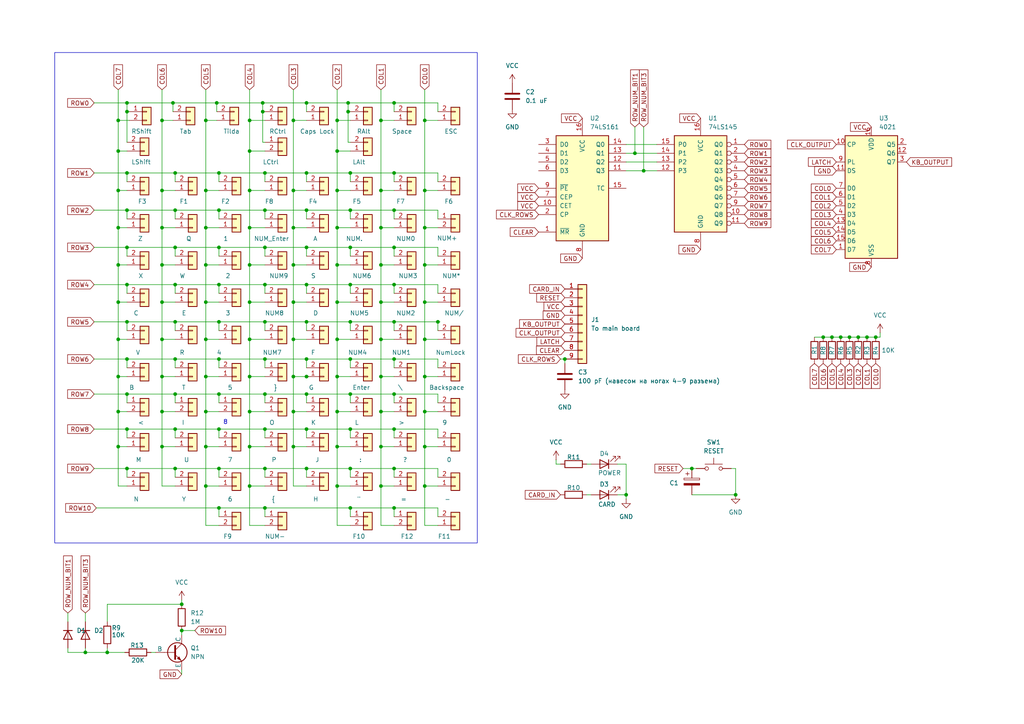
<source format=kicad_sch>
(kicad_sch (version 20231120) (generator "eeschema") (generator_version "8.0")
  (paper "A4")
  (title_block (title "Sonic REC-9388 (Keyboard)"))
  (junction (at 88.9 50.165))
  (junction (at 59.69 98.425))
  (junction (at 85.09 34.925))
  (junction (at 97.79 109.22))
  (junction (at 114.3 50.165))
  (junction (at 63.5 124.46))
  (junction (at 24.765 189.23))
  (junction (at 110.49 119.38))
  (junction (at 76.835 50.165))
  (junction (at 97.79 76.835))
  (junction (at 248.92 97.79))
  (junction (at 85.09 55.245))
  (junction (at 114.3 71.755))
  (junction (at 110.49 98.425))
  (junction (at 100.965 32.385))
  (junction (at 50.8 82.55))
  (junction (at 101.6 114.3))
  (junction (at 52.705 175.26))
  (junction (at 50.8 93.345))
  (junction (at 123.19 129.54))
  (junction (at 46.99 129.54))
  (junction (at 46.99 76.835))
  (junction (at 97.79 98.425))
  (junction (at 63.5 71.755))
  (junction (at 50.8 124.46))
  (junction (at 46.99 98.425))
  (junction (at 31.115 189.23))
  (junction (at 114.3 93.345))
  (junction (at 97.79 87.63))
  (junction (at 123.19 55.245))
  (junction (at 76.835 104.14))
  (junction (at 36.83 82.55))
  (junction (at 213.36 143.51))
  (junction (at 36.83 50.165))
  (junction (at 88.9 109.22))
  (junction (at 88.9 124.46))
  (junction (at 110.49 55.245))
  (junction (at 251.46 97.79))
  (junction (at 63.5 147.32))
  (junction (at 63.5 50.165))
  (junction (at 97.79 129.54))
  (junction (at 59.69 55.245))
  (junction (at 101.6 60.96))
  (junction (at 50.8 60.96))
  (junction (at 36.83 135.89))
  (junction (at 36.83 29.845))
  (junction (at 123.19 34.925))
  (junction (at 88.9 104.14))
  (junction (at 101.6 71.755))
  (junction (at 34.29 66.04))
  (junction (at 72.39 76.835))
  (junction (at 50.8 104.14))
  (junction (at 76.835 82.55))
  (junction (at 110.49 109.22))
  (junction (at 72.39 66.04))
  (junction (at 97.79 43.815))
  (junction (at 63.5 60.96))
  (junction (at 101.6 93.345))
  (junction (at 72.39 55.245))
  (junction (at 36.83 60.96))
  (junction (at 50.8 71.755))
  (junction (at 50.8 135.89))
  (junction (at 97.79 66.04))
  (junction (at 63.5 104.14))
  (junction (at 85.09 98.425))
  (junction (at 76.835 71.755))
  (junction (at 114.3 60.96))
  (junction (at 36.83 124.46))
  (junction (at 184.15 44.45))
  (junction (at 46.99 87.63))
  (junction (at 72.39 34.925))
  (junction (at 59.69 76.835))
  (junction (at 246.38 97.79))
  (junction (at 101.6 104.14))
  (junction (at 123.19 76.835))
  (junction (at 114.3 135.89))
  (junction (at 34.29 55.245))
  (junction (at 163.83 104.14))
  (junction (at 110.49 34.925))
  (junction (at 101.6 124.46))
  (junction (at 85.09 119.38))
  (junction (at 88.9 114.3))
  (junction (at 110.49 129.54))
  (junction (at 76.835 135.89))
  (junction (at 72.39 140.97))
  (junction (at 85.09 129.54))
  (junction (at 72.39 43.815))
  (junction (at 243.84 97.79))
  (junction (at 88.9 71.755))
  (junction (at 76.835 60.96))
  (junction (at 76.2 32.385))
  (junction (at 34.29 43.815))
  (junction (at 88.9 29.845))
  (junction (at 46.99 66.04))
  (junction (at 59.69 87.63))
  (junction (at 34.29 129.54))
  (junction (at 123.19 140.97))
  (junction (at 101.6 135.89))
  (junction (at 52.705 182.88))
  (junction (at 101.6 50.165))
  (junction (at 123.19 109.22))
  (junction (at 238.76 97.79))
  (junction (at 72.39 109.22))
  (junction (at 50.8 50.165))
  (junction (at 36.83 71.755))
  (junction (at 34.29 98.425))
  (junction (at 59.69 119.38))
  (junction (at 63.5 82.55))
  (junction (at 76.835 147.32))
  (junction (at 101.6 147.32))
  (junction (at 241.3 97.79))
  (junction (at 34.29 34.925))
  (junction (at 72.39 129.54))
  (junction (at 110.49 140.97))
  (junction (at 59.69 66.04))
  (junction (at 46.99 55.245))
  (junction (at 76.2 29.845))
  (junction (at 101.6 82.55))
  (junction (at 88.9 60.96))
  (junction (at 63.5 114.3))
  (junction (at 85.09 66.04))
  (junction (at 88.9 93.345))
  (junction (at 181.61 143.51))
  (junction (at 114.3 147.32))
  (junction (at 88.9 82.55))
  (junction (at 254 97.79))
  (junction (at 46.99 109.22))
  (junction (at 34.29 76.835))
  (junction (at 76.835 93.345))
  (junction (at 76.835 114.3))
  (junction (at 85.09 109.22))
  (junction (at 110.49 87.63))
  (junction (at 36.83 114.3))
  (junction (at 114.3 124.46))
  (junction (at 72.39 98.425))
  (junction (at 97.79 55.245))
  (junction (at 34.29 119.38))
  (junction (at 76.835 124.46))
  (junction (at 50.165 29.845))
  (junction (at 72.39 87.63))
  (junction (at 88.9 135.89))
  (junction (at 63.5 93.345))
  (junction (at 97.79 34.925))
  (junction (at 114.3 114.3))
  (junction (at 200.66 135.89))
  (junction (at 62.865 29.845))
  (junction (at 59.69 109.22))
  (junction (at 34.29 87.63))
  (junction (at 100.965 29.845))
  (junction (at 97.79 140.97))
  (junction (at 123.19 119.38))
  (junction (at 110.49 66.04))
  (junction (at 123.19 87.63))
  (junction (at 46.99 34.925))
  (junction (at 127 93.345))
  (junction (at 123.19 98.425))
  (junction (at 72.39 119.38))
  (junction (at 59.69 140.97))
  (junction (at 36.83 32.385))
  (junction (at 59.69 34.925))
  (junction (at 97.79 119.38))
  (junction (at 114.3 29.845))
  (junction (at 63.5 135.89))
  (junction (at 114.3 82.55))
  (junction (at 123.19 66.04))
  (junction (at 85.09 87.63))
  (junction (at 85.09 76.835))
  (junction (at 36.83 104.14))
  (junction (at 59.69 129.54))
  (junction (at 110.49 76.835))
  (junction (at 186.69 49.53))
  (junction (at 36.83 93.345))
  (junction (at 34.29 109.22))
  (junction (at 50.8 114.3))
  (junction (at 114.3 104.14))
  (junction (at 46.99 119.38))
  (wire (pts (xy 123.19 98.425) (xy 123.19 109.22)))
  (wire (pts (xy 76.835 82.55) (xy 88.9 82.55)))
  (wire (pts (xy 72.39 109.22) (xy 72.39 119.38)))
  (wire (pts (xy 97.79 109.22) (xy 97.79 119.38)))
  (wire (pts (xy 101.6 98.425) (xy 97.79 98.425)))
  (wire (pts (xy 76.835 52.705) (xy 76.835 50.165)))
  (wire (pts (xy 46.99 109.22) (xy 46.99 119.38)))
  (wire (pts (xy 63.5 60.96) (xy 76.835 60.96)))
  (wire (pts (xy 85.09 87.63) (xy 88.9 87.63)))
  (wire (pts (xy 52.705 173.99) (xy 52.705 175.26)))
  (wire (pts (xy 59.69 55.245) (xy 63.5 55.245)))
  (wire (pts (xy 50.8 82.55) (xy 50.8 85.09)))
  (wire (pts (xy 88.9 50.165) (xy 88.9 52.705)))
  (wire (pts (xy 36.83 135.89) (xy 36.83 138.43)))
  (wire (pts (xy 127 60.96) (xy 127 63.5)))
  (wire (pts (xy 59.69 129.54) (xy 59.69 140.97)))
  (wire (pts (xy 101.6 114.3) (xy 114.3 114.3)))
  (wire (pts (xy 163.83 104.14) (xy 163.83 105.41)))
  (wire (pts (xy 72.39 129.54) (xy 72.39 140.97)))
  (wire (pts (xy 19.685 189.23) (xy 19.685 187.96)))
  (wire (pts (xy 97.79 76.835) (xy 97.79 87.63)))
  (wire (pts (xy 59.69 55.245) (xy 59.69 66.04)))
  (wire (pts (xy 72.39 76.835) (xy 76.835 76.835)))
  (wire (pts (xy 34.29 109.22) (xy 36.83 109.22)))
  (wire (pts (xy 76.835 82.55) (xy 76.835 85.09)))
  (wire (pts (xy 59.69 119.38) (xy 59.69 129.54)))
  (wire (pts (xy 34.29 34.925) (xy 37.465 34.925)))
  (wire (pts (xy 110.49 152.4) (xy 114.3 152.4)))
  (wire (pts (xy 181.61 44.45) (xy 184.15 44.45)))
  (wire (pts (xy 50.8 71.755) (xy 63.5 71.755)))
  (wire (pts (xy 76.835 60.96) (xy 76.835 63.5)))
  (wire (pts (xy 97.79 43.815) (xy 97.79 55.245)))
  (wire (pts (xy 181.61 46.99) (xy 190.5 46.99)))
  (wire (pts (xy 88.9 124.46) (xy 88.9 127)))
  (wire (pts (xy 34.29 140.97) (xy 36.83 140.97)))
  (wire (pts (xy 50.8 93.345) (xy 50.8 95.885)))
  (wire (pts (xy 46.99 119.38) (xy 46.99 129.54)))
  (wire (pts (xy 34.29 98.425) (xy 36.83 98.425)))
  (wire (pts (xy 184.15 44.45) (xy 190.5 44.45)))
  (wire (pts (xy 63.5 71.755) (xy 76.835 71.755)))
  (wire (pts (xy 123.19 140.97) (xy 123.19 152.4)))
  (wire (pts (xy 212.09 135.89) (xy 213.36 135.89)))
  (wire (pts (xy 34.29 55.245) (xy 34.29 66.04)))
  (wire (pts (xy 52.705 182.88) (xy 56.515 182.88)))
  (wire (pts (xy 97.79 119.38) (xy 101.6 119.38)))
  (wire (pts (xy 88.9 114.3) (xy 88.9 116.84)))
  (wire (pts (xy 31.115 187.96) (xy 31.115 189.23)))
  (wire (pts (xy 76.835 50.165) (xy 88.9 50.165)))
  (wire (pts (xy 114.3 71.755) (xy 114.3 74.295)))
  (wire (pts (xy 110.49 55.245) (xy 110.49 66.04)))
  (wire (pts (xy 59.69 140.97) (xy 63.5 140.97)))
  (wire (pts (xy 50.8 114.3) (xy 63.5 114.3)))
  (wire (pts (xy 114.3 50.165) (xy 127 50.165)))
  (wire (pts (xy 76.2 41.275) (xy 76.2 32.385)))
  (wire (pts (xy 100.965 32.385) (xy 100.965 41.275)))
  (wire (pts (xy 85.09 87.63) (xy 85.09 98.425)))
  (wire (pts (xy 89.535 109.22) (xy 88.9 109.22)))
  (wire (pts (xy 179.07 143.51) (xy 181.61 143.51)))
  (wire (pts (xy 50.8 60.96) (xy 50.8 63.5)))
  (wire (pts (xy 85.09 66.04) (xy 85.09 76.835)))
  (wire (pts (xy 85.09 119.38) (xy 88.9 119.38)))
  (wire (pts (xy 123.19 152.4) (xy 127 152.4)))
  (wire (pts (xy 63.5 93.345) (xy 63.5 95.885)))
  (wire (pts (xy 110.49 76.835) (xy 114.3 76.835)))
  (wire (pts (xy 34.29 87.63) (xy 36.83 87.63)))
  (wire (pts (xy 85.09 76.835) (xy 85.09 87.63)))
  (wire (pts (xy 34.29 43.815) (xy 34.29 55.245)))
  (wire (pts (xy 31.115 175.26) (xy 31.115 180.34)))
  (wire (pts (xy 213.36 135.89) (xy 213.36 143.51)))
  (wire (pts (xy 36.83 93.345) (xy 50.8 93.345)))
  (wire (pts (xy 76.835 124.46) (xy 88.9 124.46)))
  (wire (pts (xy 76.835 114.3) (xy 76.835 116.84)))
  (wire (pts (xy 88.9 135.89) (xy 101.6 135.89)))
  (wire (pts (xy 101.6 71.755) (xy 114.3 71.755)))
  (wire (pts (xy 34.29 119.38) (xy 36.83 119.38)))
  (wire (pts (xy 72.39 129.54) (xy 76.835 129.54)))
  (wire (pts (xy 238.76 97.79) (xy 241.3 97.79)))
  (wire (pts (xy 110.49 129.54) (xy 114.3 129.54)))
  (wire (pts (xy 72.39 34.925) (xy 72.39 43.815)))
  (wire (pts (xy 72.39 43.815) (xy 76.835 43.815)))
  (wire (pts (xy 123.19 140.97) (xy 127 140.97)))
  (wire (pts (xy 72.39 98.425) (xy 72.39 109.22)))
  (wire (pts (xy 101.6 93.345) (xy 101.6 95.885)))
  (wire (pts (xy 24.765 189.23) (xy 19.685 189.23)))
  (wire (pts (xy 34.29 43.815) (xy 36.83 43.815)))
  (wire (pts (xy 76.835 104.14) (xy 88.9 104.14)))
  (wire (pts (xy 101.6 147.32) (xy 101.6 149.86)))
  (wire (pts (xy 36.83 114.3) (xy 36.83 116.84)))
  (wire (pts (xy 27.94 147.32) (xy 63.5 147.32)))
  (wire (pts (xy 101.6 135.89) (xy 114.3 135.89)))
  (wire (pts (xy 179.07 134.62) (xy 181.61 134.62)))
  (wire (pts (xy 63.5 114.3) (xy 63.5 116.84)))
  (wire (pts (xy 123.19 119.38) (xy 127 119.38)))
  (wire (pts (xy 127 114.3) (xy 127 116.84)))
  (wire (pts (xy 46.99 66.04) (xy 46.99 76.835)))
  (wire (pts (xy 100.965 29.845) (xy 114.3 29.845)))
  (wire (pts (xy 72.39 76.835) (xy 72.39 87.63)))
  (wire (pts (xy 101.6 82.55) (xy 114.3 82.55)))
  (wire (pts (xy 59.69 109.22) (xy 63.5 109.22)))
  (wire (pts (xy 88.9 71.755) (xy 88.9 74.295)))
  (wire (pts (xy 50.8 135.89) (xy 63.5 135.89)))
  (wire (pts (xy 50.8 50.165) (xy 50.8 52.705)))
  (wire (pts (xy 114.3 135.89) (xy 114.3 138.43)))
  (wire (pts (xy 76.835 93.345) (xy 88.9 93.345)))
  (wire (pts (xy 27.305 50.165) (xy 36.83 50.165)))
  (wire (pts (xy 85.09 66.04) (xy 88.9 66.04)))
  (wire (pts (xy 46.99 66.04) (xy 50.8 66.04)))
  (wire (pts (xy 76.835 71.755) (xy 76.835 74.295)))
  (wire (pts (xy 114.3 104.14) (xy 127 104.14)))
  (wire (pts (xy 50.165 29.845) (xy 50.165 32.385)))
  (wire (pts (xy 36.83 71.755) (xy 36.83 74.295)))
  (wire (pts (xy 59.69 66.04) (xy 63.5 66.04)))
  (wire (pts (xy 85.09 26.035) (xy 85.09 34.925)))
  (wire (pts (xy 46.99 55.245) (xy 50.8 55.245)))
  (wire (pts (xy 63.5 124.46) (xy 76.835 124.46)))
  (wire (pts (xy 46.99 129.54) (xy 46.99 140.97)))
  (wire (pts (xy 63.5 124.46) (xy 63.5 127)))
  (wire (pts (xy 97.79 76.835) (xy 101.6 76.835)))
  (wire (pts (xy 114.3 82.55) (xy 114.3 85.09)))
  (wire (pts (xy 59.69 109.22) (xy 59.69 119.38)))
  (wire (pts (xy 97.79 140.97) (xy 101.6 140.97)))
  (wire (pts (xy 110.49 66.04) (xy 110.49 76.835)))
  (wire (pts (xy 59.69 34.925) (xy 59.69 55.245)))
  (wire (pts (xy 110.49 87.63) (xy 110.49 98.425)))
  (wire (pts (xy 59.69 26.035) (xy 59.69 34.925)))
  (wire (pts (xy 52.705 175.26) (xy 31.115 175.26)))
  (wire (pts (xy 114.3 114.3) (xy 127 114.3)))
  (wire (pts (xy 248.92 97.79) (xy 251.46 97.79)))
  (wire (pts (xy 36.83 32.385) (xy 36.83 41.275)))
  (wire (pts (xy 36.83 32.385) (xy 37.465 32.385)))
  (wire (pts (xy 19.685 177.8) (xy 19.685 180.34)))
  (wire (pts (xy 50.8 124.46) (xy 50.8 127)))
  (wire (pts (xy 97.79 109.22) (xy 101.6 109.22)))
  (wire (pts (xy 88.9 82.55) (xy 101.6 82.55)))
  (wire (pts (xy 31.115 189.23) (xy 36.195 189.23)))
  (wire (pts (xy 85.09 76.835) (xy 88.9 76.835)))
  (wire (pts (xy 198.12 135.89) (xy 200.66 135.89)))
  (wire (pts (xy 127 147.32) (xy 127 149.86)))
  (wire (pts (xy 101.6 147.32) (xy 114.3 147.32)))
  (wire (pts (xy 101.6 114.3) (xy 101.6 116.84)))
  (wire (pts (xy 27.305 60.96) (xy 36.83 60.96)))
  (wire (pts (xy 123.19 129.54) (xy 127 129.54)))
  (wire (pts (xy 36.83 82.55) (xy 36.83 85.09)))
  (wire (pts (xy 72.39 98.425) (xy 76.835 98.425)))
  (wire (pts (xy 34.29 98.425) (xy 34.29 109.22)))
  (wire (pts (xy 63.5 104.14) (xy 63.5 106.68)))
  (wire (pts (xy 76.835 104.14) (xy 76.835 106.68)))
  (wire (pts (xy 72.39 66.04) (xy 76.835 66.04)))
  (wire (pts (xy 101.6 135.89) (xy 101.6 138.43)))
  (wire (pts (xy 254 97.79) (xy 255.27 97.79)))
  (wire (pts (xy 63.5 147.32) (xy 63.5 149.86)))
  (wire (pts (xy 46.99 98.425) (xy 50.8 98.425)))
  (wire (pts (xy 34.29 76.835) (xy 36.83 76.835)))
  (wire (pts (xy 88.9 71.755) (xy 101.6 71.755)))
  (wire (pts (xy 236.22 97.79) (xy 238.76 97.79)))
  (wire (pts (xy 63.5 114.3) (xy 76.835 114.3)))
  (wire (pts (xy 123.19 98.425) (xy 127 98.425)))
  (wire (pts (xy 76.835 124.46) (xy 76.835 127)))
  (wire (pts (xy 101.6 104.14) (xy 114.3 104.14)))
  (wire (pts (xy 72.39 119.38) (xy 72.39 129.54)))
  (wire (pts (xy 114.3 124.46) (xy 127 124.46)))
  (wire (pts (xy 100.965 32.385) (xy 101.6 32.385)))
  (wire (pts (xy 110.49 26.035) (xy 110.49 34.925)))
  (wire (pts (xy 123.19 87.63) (xy 127 87.63)))
  (wire (pts (xy 114.3 93.345) (xy 127 93.345)))
  (wire (pts (xy 63.5 93.345) (xy 76.835 93.345)))
  (wire (pts (xy 36.83 82.55) (xy 50.8 82.55)))
  (wire (pts (xy 36.83 104.14) (xy 50.8 104.14)))
  (wire (pts (xy 114.3 60.96) (xy 114.3 63.5)))
  (wire (pts (xy 76.835 135.89) (xy 88.9 135.89)))
  (wire (pts (xy 114.3 71.755) (xy 127 71.755)))
  (wire (pts (xy 63.5 71.755) (xy 63.5 74.295)))
  (wire (pts (xy 114.3 29.845) (xy 127 29.845)))
  (wire (pts (xy 186.69 36.83) (xy 186.69 49.53)))
  (wire (pts (xy 123.19 66.04) (xy 127 66.04)))
  (wire (pts (xy 88.9 29.845) (xy 100.965 29.845)))
  (wire (pts (xy 36.83 60.96) (xy 50.8 60.96)))
  (wire (pts (xy 36.83 29.845) (xy 50.165 29.845)))
  (wire (pts (xy 85.09 119.38) (xy 85.09 129.54)))
  (wire (pts (xy 72.39 140.97) (xy 76.835 140.97)))
  (wire (pts (xy 59.69 66.04) (xy 59.69 76.835)))
  (wire (pts (xy 127 124.46) (xy 127 127)))
  (wire (pts (xy 34.29 87.63) (xy 34.29 98.425)))
  (wire (pts (xy 85.09 129.54) (xy 88.9 129.54)))
  (wire (pts (xy 114.3 104.14) (xy 114.3 106.68)))
  (wire (pts (xy 85.09 98.425) (xy 85.09 109.22)))
  (wire (pts (xy 123.19 87.63) (xy 123.19 98.425)))
  (wire (pts (xy 110.49 87.63) (xy 114.3 87.63)))
  (wire (pts (xy 72.39 66.04) (xy 72.39 76.835)))
  (wire (pts (xy 27.305 104.14) (xy 36.83 104.14)))
  (wire (pts (xy 114.3 29.845) (xy 114.3 32.385)))
  (wire (pts (xy 114.3 50.165) (xy 114.3 52.705)))
  (wire (pts (xy 50.8 50.165) (xy 63.5 50.165)))
  (wire (pts (xy 101.6 104.14) (xy 101.6 106.68)))
  (wire (pts (xy 59.69 152.4) (xy 63.5 152.4)))
  (wire (pts (xy 161.29 133.35) (xy 161.29 134.62)))
  (wire (pts (xy 127 50.165) (xy 127 52.705)))
  (wire (pts (xy 31.115 189.23) (xy 24.765 189.23)))
  (wire (pts (xy 88.9 29.845) (xy 88.9 32.385)))
  (wire (pts (xy 123.19 55.245) (xy 127 55.245)))
  (wire (pts (xy 59.69 87.63) (xy 63.5 87.63)))
  (wire (pts (xy 243.84 97.79) (xy 246.38 97.79)))
  (wire (pts (xy 101.6 50.165) (xy 114.3 50.165)))
  (wire (pts (xy 62.865 29.845) (xy 62.865 32.385)))
  (wire (pts (xy 100.965 41.275) (xy 101.6 41.275)))
  (wire (pts (xy 34.29 55.245) (xy 36.83 55.245)))
  (wire (pts (xy 88.9 93.345) (xy 101.6 93.345)))
  (wire (pts (xy 27.305 114.3) (xy 36.83 114.3)))
  (wire (pts (xy 27.305 124.46) (xy 36.83 124.46)))
  (wire (pts (xy 50.8 135.89) (xy 50.8 138.43)))
  (wire (pts (xy 97.79 55.245) (xy 97.79 66.04)))
  (wire (pts (xy 114.3 82.55) (xy 127 82.55)))
  (wire (pts (xy 34.29 66.04) (xy 34.29 76.835)))
  (wire (pts (xy 97.79 34.925) (xy 97.79 43.815)))
  (wire (pts (xy 181.61 41.91) (xy 190.5 41.91)))
  (wire (pts (xy 36.83 71.755) (xy 50.8 71.755)))
  (wire (pts (xy 59.69 34.925) (xy 62.865 34.925)))
  (wire (pts (xy 88.9 135.89) (xy 88.9 138.43)))
  (wire (pts (xy 88.9 104.14) (xy 101.6 104.14)))
  (wire (pts (xy 59.69 76.835) (xy 59.69 87.63)))
  (wire (pts (xy 36.83 29.845) (xy 36.83 32.385)))
  (wire (pts (xy 72.39 43.815) (xy 72.39 55.245)))
  (wire (pts (xy 162.56 104.14) (xy 163.83 104.14)))
  (wire (pts (xy 101.6 93.345) (xy 114.3 93.345)))
  (wire (pts (xy 76.835 114.3) (xy 88.9 114.3)))
  (wire (pts (xy 36.83 93.345) (xy 36.83 95.885)))
  (wire (pts (xy 46.99 109.22) (xy 50.8 109.22)))
  (wire (pts (xy 88.9 106.68) (xy 88.9 104.14)))
  (wire (pts (xy 181.61 143.51) (xy 181.61 144.78)))
  (wire (pts (xy 36.83 135.89) (xy 50.8 135.89)))
  (wire (pts (xy 101.6 82.55) (xy 101.6 85.09)))
  (wire (pts (xy 36.83 124.46) (xy 36.83 127)))
  (wire (pts (xy 76.2 32.385) (xy 76.835 32.385)))
  (wire (pts (xy 24.765 177.8) (xy 24.765 180.34)))
  (wire (pts (xy 46.99 26.035) (xy 46.99 34.925)))
  (wire (pts (xy 110.49 119.38) (xy 110.49 129.54)))
  (wire (pts (xy 123.19 109.22) (xy 127 109.22)))
  (wire (pts (xy 59.69 129.54) (xy 63.5 129.54)))
  (wire (pts (xy 88.9 50.165) (xy 101.6 50.165)))
  (wire (pts (xy 184.15 36.83) (xy 184.15 44.45)))
  (wire (pts (xy 97.79 152.4) (xy 101.6 152.4)))
  (wire (pts (xy 36.83 50.165) (xy 50.8 50.165)))
  (wire (pts (xy 72.39 34.925) (xy 76.835 34.925)))
  (wire (pts (xy 50.165 29.845) (xy 62.865 29.845)))
  (wire (pts (xy 59.69 140.97) (xy 59.69 152.4)))
  (wire (pts (xy 46.99 34.925) (xy 50.165 34.925)))
  (wire (pts (xy 127 82.55) (xy 127 85.09)))
  (wire (pts (xy 88.9 109.22) (xy 85.09 109.22)))
  (wire (pts (xy 114.3 135.89) (xy 127 135.89)))
  (wire (pts (xy 72.39 119.38) (xy 76.835 119.38)))
  (wire (pts (xy 46.99 34.925) (xy 46.99 55.245)))
  (wire (pts (xy 72.39 87.63) (xy 72.39 98.425)))
  (wire (pts (xy 76.835 135.89) (xy 76.835 138.43)))
  (wire (pts (xy 97.79 119.38) (xy 97.79 129.54)))
  (wire (pts (xy 27.305 135.89) (xy 36.83 135.89)))
  (wire (pts (xy 52.705 182.88) (xy 52.705 184.15)))
  (wire (pts (xy 46.99 55.245) (xy 46.99 66.04)))
  (wire (pts (xy 76.2 41.275) (xy 76.835 41.275)))
  (wire (pts (xy 36.83 60.96) (xy 36.83 63.5)))
  (wire (pts (xy 114.3 93.345) (xy 114.3 95.885)))
  (wire (pts (xy 27.305 82.55) (xy 36.83 82.55)))
  (wire (pts (xy 76.835 60.96) (xy 88.9 60.96)))
  (wire (pts (xy 127 71.755) (xy 127 74.295)))
  (wire (pts (xy 170.18 143.51) (xy 171.45 143.51)))
  (wire (pts (xy 123.19 34.925) (xy 123.19 55.245)))
  (wire (pts (xy 100.965 29.845) (xy 100.965 32.385)))
  (wire (pts (xy 123.19 34.925) (xy 127 34.925)))
  (wire (pts (xy 72.39 109.22) (xy 76.835 109.22)))
  (wire (pts (xy 127 104.14) (xy 127 106.68)))
  (wire (pts (xy 36.83 114.3) (xy 50.8 114.3)))
  (wire (pts (xy 110.49 109.22) (xy 110.49 119.38)))
  (wire (pts (xy 36.83 104.14) (xy 36.83 106.68)))
  (wire (pts (xy 97.79 87.63) (xy 97.79 98.425)))
  (wire (pts (xy 97.79 140.97) (xy 97.79 152.4)))
  (wire (pts (xy 101.6 60.96) (xy 114.3 60.96)))
  (wire (pts (xy 76.835 147.32) (xy 101.6 147.32)))
  (wire (pts (xy 246.38 97.79) (xy 248.92 97.79)))
  (wire (pts (xy 46.99 98.425) (xy 46.99 109.22)))
  (wire (pts (xy 85.09 109.22) (xy 85.09 119.38)))
  (wire (pts (xy 50.8 116.84) (xy 50.8 114.3)))
  (wire (pts (xy 52.705 194.31) (xy 52.705 195.58)))
  (wire (pts (xy 34.29 34.925) (xy 34.29 43.815)))
  (wire (pts (xy 110.49 55.245) (xy 114.3 55.245)))
  (wire (pts (xy 97.79 43.815) (xy 101.6 43.815)))
  (wire (pts (xy 114.3 124.46) (xy 114.3 127)))
  (wire (pts (xy 127 29.845) (xy 127 32.385)))
  (wire (pts (xy 181.61 49.53) (xy 186.69 49.53)))
  (wire (pts (xy 76.835 147.32) (xy 76.835 149.86)))
  (wire (pts (xy 85.09 34.925) (xy 88.9 34.925)))
  (wire (pts (xy 50.8 104.14) (xy 50.8 106.68)))
  (wire (pts (xy 101.6 60.96) (xy 101.6 63.5)))
  (wire (pts (xy 27.305 71.755) (xy 36.83 71.755)))
  (wire (pts (xy 46.99 76.835) (xy 50.8 76.835)))
  (wire (pts (xy 72.39 87.63) (xy 76.835 87.63)))
  (wire (pts (xy 50.8 71.755) (xy 50.8 74.295)))
  (wire (pts (xy 27.305 29.845) (xy 36.83 29.845)))
  (wire (pts (xy 50.8 104.14) (xy 63.5 104.14)))
  (wire (pts (xy 110.49 129.54) (xy 110.49 140.97)))
  (wire (pts (xy 36.83 124.46) (xy 50.8 124.46)))
  (wire (pts (xy 110.49 98.425) (xy 110.49 109.22)))
  (wire (pts (xy 76.2 29.845) (xy 76.2 32.385)))
  (wire (pts (xy 34.29 76.835) (xy 34.29 87.63)))
  (wire (pts (xy 97.79 66.04) (xy 101.6 66.04)))
  (wire (pts (xy 34.29 129.54) (xy 36.83 129.54)))
  (wire (pts (xy 123.19 55.245) (xy 123.19 66.04)))
  (wire (pts (xy 72.39 140.97) (xy 72.39 152.4)))
  (wire (pts (xy 241.3 97.79) (xy 243.84 97.79)))
  (wire (pts (xy 186.69 49.53) (xy 190.5 49.53)))
  (wire (pts (xy 88.9 93.345) (xy 88.9 95.885)))
  (wire (pts (xy 34.29 119.38) (xy 34.29 129.54)))
  (wire (pts (xy 88.9 114.3) (xy 101.6 114.3)))
  (wire (pts (xy 110.49 34.925) (xy 114.3 34.925)))
  (wire (pts (xy 123.19 66.04) (xy 123.19 76.835)))
  (wire (pts (xy 85.09 98.425) (xy 88.9 98.425)))
  (wire (pts (xy 123.19 129.54) (xy 123.19 140.97)))
  (wire (pts (xy 59.69 87.63) (xy 59.69 98.425)))
  (wire (pts (xy 34.29 129.54) (xy 34.29 140.97)))
  (wire (pts (xy 59.69 98.425) (xy 63.5 98.425)))
  (wire (pts (xy 85.09 140.97) (xy 88.9 140.97)))
  (wire (pts (xy 50.8 60.96) (xy 63.5 60.96)))
  (wire (pts (xy 63.5 60.96) (xy 63.5 63.5)))
  (wire (pts (xy 161.29 134.62) (xy 162.56 134.62)))
  (wire (pts (xy 200.66 135.89) (xy 201.93 135.89)))
  (wire (pts (xy 46.99 140.97) (xy 50.8 140.97)))
  (wire (pts (xy 59.69 119.38) (xy 63.5 119.38)))
  (wire (pts (xy 114.3 60.96) (xy 127 60.96)))
  (wire (pts (xy 114.3 114.3) (xy 114.3 116.84)))
  (wire (pts (xy 114.3 147.32) (xy 114.3 149.86)))
  (wire (pts (xy 63.5 104.14) (xy 76.835 104.14)))
  (wire (pts (xy 27.305 93.345) (xy 36.83 93.345)))
  (wire (pts (xy 110.49 76.835) (xy 110.49 87.63)))
  (wire (pts (xy 110.49 119.38) (xy 114.3 119.38)))
  (wire (pts (xy 63.5 135.89) (xy 76.835 135.89)))
  (wire (pts (xy 101.6 124.46) (xy 114.3 124.46)))
  (wire (pts (xy 34.29 26.035) (xy 34.29 34.925)))
  (wire (pts (xy 97.79 34.925) (xy 101.6 34.925)))
  (wire (pts (xy 181.61 134.62) (xy 181.61 143.51)))
  (wire (pts (xy 72.39 55.245) (xy 76.835 55.245)))
  (wire (pts (xy 63.5 82.55) (xy 76.835 82.55)))
  (wire (pts (xy 114.3 147.32) (xy 127 147.32)))
  (wire (pts (xy 97.79 66.04) (xy 97.79 76.835)))
  (wire (pts (xy 36.83 50.165) (xy 36.83 52.705)))
  (wire (pts (xy 85.09 55.245) (xy 85.09 66.04)))
  (wire (pts (xy 101.6 52.705) (xy 101.6 50.165)))
  (wire (pts (xy 88.9 124.46) (xy 101.6 124.46)))
  (wire (pts (xy 127 135.89) (xy 127 138.43)))
  (wire (pts (xy 170.18 134.62) (xy 171.45 134.62)))
  (wire (pts (xy 123.19 76.835) (xy 127 76.835)))
  (wire (pts (xy 76.835 93.345) (xy 76.835 95.885)))
  (wire (pts (xy 110.49 140.97) (xy 110.49 152.4)))
  (wire (pts (xy 110.49 34.925) (xy 110.49 55.245)))
  (wire (pts (xy 63.5 147.32) (xy 76.835 147.32)))
  (wire (pts (xy 101.6 71.755) (xy 101.6 74.295)))
  (wire (pts (xy 97.79 129.54) (xy 101.6 129.54)))
  (wire (pts (xy 97.79 129.54) (xy 97.79 140.97)))
  (wire (pts (xy 123.19 26.035) (xy 123.19 34.925)))
  (wire (pts (xy 46.99 87.63) (xy 50.8 87.63)))
  (wire (pts (xy 101.6 124.46) (xy 101.6 127)))
  (wire (pts (xy 97.79 26.035) (xy 97.79 34.925)))
  (wire (pts (xy 255.27 97.79) (xy 255.27 96.52)))
  (wire (pts (xy 46.99 76.835) (xy 46.99 87.63)))
  (wire (pts (xy 110.49 66.04) (xy 114.3 66.04)))
  (wire (pts (xy 85.09 55.245) (xy 88.9 55.245)))
  (wire (pts (xy 34.29 66.04) (xy 36.83 66.04)))
  (wire (pts (xy 63.5 50.165) (xy 76.835 50.165)))
  (wire (pts (xy 123.19 109.22) (xy 123.19 119.38)))
  (wire (pts (xy 46.99 119.38) (xy 50.8 119.38)))
  (wire (pts (xy 43.815 189.23) (xy 45.085 189.23)))
  (wire (pts (xy 62.865 29.845) (xy 76.2 29.845)))
  (wire (pts (xy 127 95.885) (xy 127 93.345)))
  (wire (pts (xy 24.765 187.96) (xy 24.765 189.23)))
  (wire (pts (xy 50.8 124.46) (xy 63.5 124.46)))
  (wire (pts (xy 76.2 29.845) (xy 88.9 29.845)))
  (wire (pts (xy 76.835 71.755) (xy 88.9 71.755)))
  (wire (pts (xy 85.09 34.925) (xy 85.09 55.245)))
  (wire (pts (xy 59.69 98.425) (xy 59.69 109.22)))
  (wire (pts (xy 72.39 152.4) (xy 76.835 152.4)))
  (wire (pts (xy 110.49 140.97) (xy 114.3 140.97)))
  (wire (pts (xy 63.5 50.165) (xy 63.5 52.705)))
  (wire (pts (xy 110.49 109.22) (xy 114.3 109.22)))
  (wire (pts (xy 88.9 60.96) (xy 88.9 63.5)))
  (wire (pts (xy 251.46 97.79) (xy 254 97.79)))
  (wire (pts (xy 72.39 55.245) (xy 72.39 66.04)))
  (wire (pts (xy 34.29 109.22) (xy 34.29 119.38)))
  (wire (pts (xy 88.9 82.55) (xy 88.9 85.09)))
  (wire (pts (xy 110.49 98.425) (xy 114.3 98.425)))
  (wire (pts (xy 59.69 76.835) (xy 63.5 76.835)))
  (wire (pts (xy 123.19 76.835) (xy 123.19 87.63)))
  (wire (pts (xy 85.09 129.54) (xy 85.09 140.97)))
  (wire (pts (xy 63.5 82.55) (xy 63.5 85.09)))
  (wire (pts (xy 88.9 60.96) (xy 101.6 60.96)))
  (wire (pts (xy 46.99 87.63) (xy 46.99 98.425)))
  (wire (pts (xy 97.79 87.63) (xy 101.6 87.63)))
  (wire (pts (xy 72.39 26.035) (xy 72.39 34.925)))
  (wire (pts (xy 50.8 82.55) (xy 63.5 82.55)))
  (wire (pts (xy 200.66 143.51) (xy 213.36 143.51)))
  (wire (pts (xy 50.8 93.345) (xy 63.5 93.345)))
  (wire (pts (xy 97.79 55.245) (xy 101.6 55.245)))
  (wire (pts (xy 46.99 129.54) (xy 50.8 129.54)))
  (wire (pts (xy 127 93.345) (xy 127.635 93.345)))
  (wire (pts (xy 97.79 98.425) (xy 97.79 109.22)))
  (wire (pts (xy 123.19 119.38) (xy 123.19 129.54)))
  (wire (pts (xy 63.5 135.89) (xy 63.5 138.43)))
  (rectangle (start 15.875 15.24) (end 138.43 157.48))
  (text "8" (at 65.405 122.555 0) (effects (font (size 1.27 1.27))))
  (global_label "RESET" (shape input) (at 198.12 135.89 180) (property "Intersheetrefs" "${INTERSHEET_REFS}" (effects (hide yes))))
  (global_label "ROW6" (shape input) (at 215.9 57.15 0) (property "Intersheetrefs" "${INTERSHEET_REFS}" (effects (hide yes))))
  (global_label "ROW4" (shape input) (at 27.305 82.55 180) (property "Intersheetrefs" "${INTERSHEET_REFS}" (effects (hide yes))))
  (global_label "ROW1" (shape input) (at 27.305 50.165 180) (property "Intersheetrefs" "${INTERSHEET_REFS}" (effects (hide yes))))
  (global_label "GND" (shape input) (at 252.73 77.47 180) (property "Intersheetrefs" "${INTERSHEET_REFS}" (effects (hide yes))))
  (global_label "ROW8" (shape input) (at 27.305 124.46 180) (property "Intersheetrefs" "${INTERSHEET_REFS}" (effects (hide yes))))
  (global_label "ROW7" (shape input) (at 27.305 114.3 180) (property "Intersheetrefs" "${INTERSHEET_REFS}" (effects (hide yes))))
  (global_label "ROW_NUM_BIT1" (shape input) (at 19.685 177.8 90) (property "Intersheetrefs" "${INTERSHEET_REFS}" (effects (hide yes))))
  (global_label "ROW4" (shape input) (at 215.9 52.07 0) (property "Intersheetrefs" "${INTERSHEET_REFS}" (effects (hide yes))))
  (global_label "ROW10" (shape input) (at 56.515 182.88 0) (property "Intersheetrefs" "${INTERSHEET_REFS}" (effects (hide yes))))
  (global_label "GND" (shape input) (at 242.57 49.53 180) (property "Intersheetrefs" "${INTERSHEET_REFS}" (effects (hide yes))))
  (global_label "CLK_ROWS" (shape input) (at 162.56 104.14 180) (property "Intersheetrefs" "${INTERSHEET_REFS}" (effects (hide yes))))
  (global_label "COL3" (shape input) (at 242.57 62.23 180) (property "Intersheetrefs" "${INTERSHEET_REFS}" (effects (hide yes))))
  (global_label "ROW6" (shape input) (at 27.305 104.14 180) (property "Intersheetrefs" "${INTERSHEET_REFS}" (effects (hide yes))))
  (global_label "KB_OUTPUT" (shape input) (at 262.89 46.99 0) (property "Intersheetrefs" "${INTERSHEET_REFS}" (effects (hide yes))))
  (global_label "COL7" (shape input) (at 34.29 26.035 90) (property "Intersheetrefs" "${INTERSHEET_REFS}" (effects (hide yes))))
  (global_label "ROW8" (shape input) (at 215.9 62.23 0) (property "Intersheetrefs" "${INTERSHEET_REFS}" (effects (hide yes))))
  (global_label "VCC" (shape input) (at 156.21 54.61 180) (property "Intersheetrefs" "${INTERSHEET_REFS}" (effects (hide yes))))
  (global_label "COL4" (shape input) (at 72.39 26.035 90) (property "Intersheetrefs" "${INTERSHEET_REFS}" (effects (hide yes))))
  (global_label "LATCH" (shape input) (at 163.83 99.06 180) (property "Intersheetrefs" "${INTERSHEET_REFS}" (effects (hide yes))))
  (global_label "COL1" (shape input) (at 110.49 26.035 90) (property "Intersheetrefs" "${INTERSHEET_REFS}" (effects (hide yes))))
  (global_label "GND" (shape input) (at 203.2 72.39 180) (property "Intersheetrefs" "${INTERSHEET_REFS}" (effects (hide yes))))
  (global_label "COL0" (shape input) (at 123.19 26.035 90) (property "Intersheetrefs" "${INTERSHEET_REFS}" (effects (hide yes))))
  (global_label "ROW2" (shape input) (at 215.9 46.99 0) (property "Intersheetrefs" "${INTERSHEET_REFS}" (effects (hide yes))))
  (global_label "COL6" (shape input) (at 238.76 105.41 270) (property "Intersheetrefs" "${INTERSHEET_REFS}" (effects (hide yes))))
  (global_label "ROW5" (shape input) (at 215.9 54.61 0) (property "Intersheetrefs" "${INTERSHEET_REFS}" (effects (hide yes))))
  (global_label "ROW3" (shape input) (at 27.305 71.755 180) (property "Intersheetrefs" "${INTERSHEET_REFS}" (effects (hide yes))))
  (global_label "VCC" (shape input) (at 156.21 57.15 180) (property "Intersheetrefs" "${INTERSHEET_REFS}" (effects (hide yes))))
  (global_label "CLK_ROWS" (shape input) (at 156.21 62.23 180) (property "Intersheetrefs" "${INTERSHEET_REFS}" (effects (hide yes))))
  (global_label "ROW9" (shape input) (at 215.9 64.77 0) (property "Intersheetrefs" "${INTERSHEET_REFS}" (effects (hide yes))))
  (global_label "COL5" (shape input) (at 241.3 105.41 270) (property "Intersheetrefs" "${INTERSHEET_REFS}" (effects (hide yes))))
  (global_label "ROW9" (shape input) (at 27.305 135.89 180) (property "Intersheetrefs" "${INTERSHEET_REFS}" (effects (hide yes))))
  (global_label "COL5" (shape input) (at 59.69 26.035 90) (property "Intersheetrefs" "${INTERSHEET_REFS}" (effects (hide yes))))
  (global_label "COL1" (shape input) (at 242.57 57.15 180) (property "Intersheetrefs" "${INTERSHEET_REFS}" (effects (hide yes))))
  (global_label "ROW0" (shape input) (at 27.305 29.845 180) (property "Intersheetrefs" "${INTERSHEET_REFS}" (effects (hide yes))))
  (global_label "COL1" (shape input) (at 251.46 105.41 270) (property "Intersheetrefs" "${INTERSHEET_REFS}" (effects (hide yes))))
  (global_label "VCC" (shape input) (at 168.91 34.29 180) (property "Intersheetrefs" "${INTERSHEET_REFS}" (effects (hide yes))))
  (global_label "ROW5" (shape input) (at 27.305 93.345 180) (property "Intersheetrefs" "${INTERSHEET_REFS}" (effects (hide yes))))
  (global_label "CLK_OUTPUT" (shape input) (at 242.57 41.91 180) (property "Intersheetrefs" "${INTERSHEET_REFS}" (effects (hide yes))))
  (global_label "CLK_OUTPUT" (shape input) (at 163.83 96.52 180) (property "Intersheetrefs" "${INTERSHEET_REFS}" (effects (hide yes))))
  (global_label "ROW_NUM_BIT3" (shape input) (at 186.69 36.83 90) (property "Intersheetrefs" "${INTERSHEET_REFS}" (effects (hide yes))))
  (global_label "VCC" (shape input) (at 252.73 36.83 180) (property "Intersheetrefs" "${INTERSHEET_REFS}" (effects (hide yes))))
  (global_label "COL6" (shape input) (at 242.57 69.85 180) (property "Intersheetrefs" "${INTERSHEET_REFS}" (effects (hide yes))))
  (global_label "CARD_IN" (shape input) (at 163.83 83.82 180) (property "Intersheetrefs" "${INTERSHEET_REFS}" (effects (hide yes))))
  (global_label "COL7" (shape input) (at 236.22 105.41 270) (property "Intersheetrefs" "${INTERSHEET_REFS}" (effects (hide yes))))
  (global_label "ROW2" (shape input) (at 27.305 60.96 180) (property "Intersheetrefs" "${INTERSHEET_REFS}" (effects (hide yes))))
  (global_label "KB_OUTPUT" (shape input) (at 163.83 93.98 180) (property "Intersheetrefs" "${INTERSHEET_REFS}" (effects (hide yes))))
  (global_label "ROW_NUM_BIT3" (shape input) (at 24.765 177.8 90) (property "Intersheetrefs" "${INTERSHEET_REFS}" (effects (hide yes))))
  (global_label "GND" (shape input) (at 168.91 74.93 180) (property "Intersheetrefs" "${INTERSHEET_REFS}" (effects (hide yes))))
  (global_label "COL7" (shape input) (at 242.57 72.39 180) (property "Intersheetrefs" "${INTERSHEET_REFS}" (effects (hide yes))))
  (global_label "COL4" (shape input) (at 243.84 105.41 270) (property "Intersheetrefs" "${INTERSHEET_REFS}" (effects (hide yes))))
  (global_label "COL2" (shape input) (at 242.57 59.69 180) (property "Intersheetrefs" "${INTERSHEET_REFS}" (effects (hide yes))))
  (global_label "COL0" (shape input) (at 254 105.41 270) (property "Intersheetrefs" "${INTERSHEET_REFS}" (effects (hide yes))))
  (global_label "CLEAR" (shape input) (at 163.83 101.6 180) (property "Intersheetrefs" "${INTERSHEET_REFS}" (effects (hide yes))))
  (global_label "COL5" (shape input) (at 242.57 67.31 180) (property "Intersheetrefs" "${INTERSHEET_REFS}" (effects (hide yes))))
  (global_label "VCC" (shape input) (at 156.21 59.69 180) (property "Intersheetrefs" "${INTERSHEET_REFS}" (effects (hide yes))))
  (global_label "ROW1" (shape input) (at 215.9 44.45 0) (property "Intersheetrefs" "${INTERSHEET_REFS}" (effects (hide yes))))
  (global_label "ROW10" (shape input) (at 27.94 147.32 180) (property "Intersheetrefs" "${INTERSHEET_REFS}" (effects (hide yes))))
  (global_label "COL3" (shape input) (at 246.38 105.41 270) (property "Intersheetrefs" "${INTERSHEET_REFS}" (effects (hide yes))))
  (global_label "ROW0" (shape input) (at 215.9 41.91 0) (property "Intersheetrefs" "${INTERSHEET_REFS}" (effects (hide yes))))
  (global_label "RESET" (shape input) (at 163.83 86.36 180) (property "Intersheetrefs" "${INTERSHEET_REFS}" (effects (hide yes))))
  (global_label "COL6" (shape input) (at 46.99 26.035 90) (property "Intersheetrefs" "${INTERSHEET_REFS}" (effects (hide yes))))
  (global_label "ROW3" (shape input) (at 215.9 49.53 0) (property "Intersheetrefs" "${INTERSHEET_REFS}" (effects (hide yes))))
  (global_label "VCC" (shape input) (at 163.83 88.9 180) (property "Intersheetrefs" "${INTERSHEET_REFS}" (effects (hide yes))))
  (global_label "GND" (shape input) (at 52.705 195.58 180) (property "Intersheetrefs" "${INTERSHEET_REFS}" (effects (hide yes))))
  (global_label "VCC" (shape input) (at 203.2 34.29 180) (property "Intersheetrefs" "${INTERSHEET_REFS}" (effects (hide yes))))
  (global_label "LATCH" (shape input) (at 242.57 46.99 180) (property "Intersheetrefs" "${INTERSHEET_REFS}" (effects (hide yes))))
  (global_label "COL3" (shape input) (at 85.09 26.035 90) (property "Intersheetrefs" "${INTERSHEET_REFS}" (effects (hide yes))))
  (global_label "GND" (shape input) (at 163.83 91.44 180) (property "Intersheetrefs" "${INTERSHEET_REFS}" (effects (hide yes))))
  (global_label "CARD_IN" (shape input) (at 162.56 143.51 180) (property "Intersheetrefs" "${INTERSHEET_REFS}" (effects (hide yes))))
  (global_label "COL0" (shape input) (at 242.57 54.61 180) (property "Intersheetrefs" "${INTERSHEET_REFS}" (effects (hide yes))))
  (global_label "CLEAR" (shape input) (at 156.21 67.31 180) (property "Intersheetrefs" "${INTERSHEET_REFS}" (effects (hide yes))))
  (global_label "COL2" (shape input) (at 248.92 105.41 270) (property "Intersheetrefs" "${INTERSHEET_REFS}" (effects (hide yes))))
  (global_label "COL2" (shape input) (at 97.79 26.035 90) (property "Intersheetrefs" "${INTERSHEET_REFS}" (effects (hide yes))))
  (global_label "ROW7" (shape input) (at 215.9 59.69 0) (property "Intersheetrefs" "${INTERSHEET_REFS}" (effects (hide yes))))
  (global_label "COL4" (shape input) (at 242.57 64.77 180) (property "Intersheetrefs" "${INTERSHEET_REFS}" (effects (hide yes))))
  (global_label "ROW_NUM_BIT1" (shape input) (at 184.15 36.83 90) (property "Intersheetrefs" "${INTERSHEET_REFS}" (effects (hide yes))))
  (symbol (lib_id "Device:R") (at 40.005 189.23 270) (unit 1)
    (property "Reference" "R13" (at 39.751 187.198 90))
    (property "Value" "20K" (at 40.005 191.516 90))
    (property "Footprint" "Resistor_THT:R_Axial_DIN0207_L6.3mm_D2.5mm_P10.16mm_Horizontal" (effects (hide yes)))
    (property "Description" "Resistor" (effects (hide yes)))
  )
  (symbol (lib_id "Connector_Generic:Conn_01x02") (at 93.98 116.84 0) (unit 1)
    (property "Reference" "BTN47" (effects (hide yes)))
    (property "Value" "K" (at 90.17 122.555 0) (effects (justify left)))
    (property "Footprint" "sonic-rec9388:KEYB_BUTTON" (effects (hide yes)))
    (property "Description" "Generic connector, single row, 01x02, script generated (kicad-library-utils/schlib/autogen/connector/)" (effects (hide yes)))
  )
  (symbol (lib_id "Device:R") (at 254 101.6 180) (unit 1)
    (property "Reference" "R4" (at 254 100.33 90) (effects (justify left)))
    (property "Value" "10K" (at 259.588 101.6 0) (effects (justify left)))
    (property "Footprint" "Resistor_THT:R_Axial_DIN0207_L6.3mm_D2.5mm_P10.16mm_Horizontal" (effects (hide yes)))
    (property "Description" "Resistor" (effects (hide yes)))
  )
  (symbol (lib_id "Connector_Generic:Conn_01x02") (at 132.08 119.38 0) (mirror x) (unit 1)
    (property "Reference" "BTN31" (effects (hide yes)))
    (property "Value" "9" (at 128.27 122.555 0) (effects (justify left)))
    (property "Footprint" "sonic-rec9388:KEYB_BUTTON" (effects (hide yes)))
    (property "Description" "Generic connector, single row, 01x02, script generated (kicad-library-utils/schlib/autogen/connector/)" (effects (hide yes)))
  )
  (symbol (lib_id "Connector_Generic:Conn_01x02") (at 42.545 32.385 0) (unit 1)
    (property "Reference" "BTN63" (effects (hide yes)))
    (property "Value" "RShift" (at 38.1 38.1 0) (effects (justify left)))
    (property "Footprint" "sonic-rec9388:KEYB_BUTTON" (effects (hide yes)))
    (property "Description" "Generic connector, single row, 01x02, script generated (kicad-library-utils/schlib/autogen/connector/)" (effects (hide yes)))
  )
  (symbol (lib_id "Connector_Generic:Conn_01x02") (at 119.38 55.245 0) (mirror x) (unit 1)
    (property "Reference" "BTN69" (effects (hide yes)))
    (property "Value" "F7" (at 114.935 58.42 0) (effects (justify left)))
    (property "Footprint" "sonic-rec9388:KEYB_BUTTON" (effects (hide yes)))
    (property "Description" "Generic connector, single row, 01x02, script generated (kicad-library-utils/schlib/autogen/connector/)" (effects (hide yes)))
  )
  (symbol (lib_id "Device:R") (at 166.37 134.62 90) (unit 1)
    (property "Reference" "R11" (at 166.37 132.588 90))
    (property "Value" "100" (effects (hide yes)))
    (property "Footprint" "Resistor_THT:R_Axial_DIN0207_L6.3mm_D2.5mm_P10.16mm_Horizontal" (effects (hide yes)))
    (property "Description" "Resistor" (effects (hide yes)))
  )
  (symbol (lib_id "Connector_Generic:Conn_01x02") (at 68.58 66.04 0) (mirror x) (unit 1)
    (property "Reference" "BTN11" (effects (hide yes)))
    (property "Value" "1" (at 64.77 69.215 0) (effects (justify left)))
    (property "Footprint" "sonic-rec9388:KEYB_BUTTON" (effects (hide yes)))
    (property "Description" "Generic connector, single row, 01x02, script generated (kicad-library-utils/schlib/autogen/connector/)" (effects (hide yes)))
  )
  (symbol (lib_id "Connector_Generic:Conn_01x02") (at 55.88 116.84 0) (unit 1)
    (property "Reference" "BTN52" (effects (hide yes)))
    (property "Value" "I" (at 52.705 122.555 0) (effects (justify left)))
    (property "Footprint" "sonic-rec9388:KEYB_BUTTON" (effects (hide yes)))
    (property "Description" "Generic connector, single row, 01x02, script generated (kicad-library-utils/schlib/autogen/connector/)" (effects (hide yes)))
  )
  (symbol (lib_id "Device:R") (at 166.37 143.51 90) (unit 1)
    (property "Reference" "R10" (at 166.37 141.478 90))
    (property "Value" "100" (effects (hide yes)))
    (property "Footprint" "Resistor_THT:R_Axial_DIN0207_L6.3mm_D2.5mm_P10.16mm_Horizontal" (effects (hide yes)))
    (property "Description" "Resistor" (effects (hide yes)))
  )
  (symbol (lib_id "Connector_Generic:Conn_01x02") (at 41.91 76.835 0) (mirror x) (unit 1)
    (property "Reference" "BTN35" (effects (hide yes)))
    (property "Value" "X" (at 40.132 80.01 0) (effects (justify left)))
    (property "Footprint" "sonic-rec9388:KEYB_BUTTON" (effects (hide yes)))
    (property "Description" "Generic connector, single row, 01x02, script generated (kicad-library-utils/schlib/autogen/connector/)" (effects (hide yes)))
  )
  (symbol (lib_id "Device:LED") (at 175.26 134.62 180) (unit 1)
    (property "Reference" "D4" (at 175.26 131.572 0))
    (property "Value" "POWER" (at 176.784 137.16 0))
    (property "Footprint" "LED_THT:LED_D3.0mm" (effects (hide yes)))
    (property "Description" "Light emitting diode" (effects (hide yes)))
  )
  (symbol (lib_id "Connector_Generic:Conn_01x02") (at 93.98 140.97 0) (mirror x) (unit 1)
    (property "Reference" "BTN15" (effects (hide yes)))
    (property "Value" "H" (at 90.805 144.78 0) (effects (justify left)))
    (property "Footprint" "sonic-rec9388:KEYB_BUTTON" (effects (hide yes)))
    (property "Description" "Generic connector, single row, 01x02, script generated (kicad-library-utils/schlib/autogen/connector/)" (effects (hide yes)))
  )
  (symbol (lib_id "Connector_Generic:Conn_01x02") (at 81.915 34.925 0) (mirror x) (unit 1)
    (property "Reference" "BTN62" (effects (hide yes)))
    (property "Value" "RCtrl" (at 78.105 38.1 0) (effects (justify left)))
    (property "Footprint" "sonic-rec9388:KEYB_BUTTON" (effects (hide yes)))
    (property "Description" "Generic connector, single row, 01x02, script generated (kicad-library-utils/schlib/autogen/connector/)" (effects (hide yes)))
  )
  (symbol (lib_id "Connector_Generic:Conn_01x02") (at 119.38 119.38 0) (mirror x) (unit 1)
    (property "Reference" "BTN1" (effects (hide yes)))
    (property "Value" ">" (at 115.57 122.555 0) (effects (justify left)))
    (property "Footprint" "sonic-rec9388:KEYB_BUTTON" (effects (hide yes)))
    (property "Description" "Generic connector, single row, 01x02, script generated (kicad-library-utils/schlib/autogen/connector/)" (effects (hide yes)))
  )
  (symbol (lib_id "Connector_Generic:Conn_01x02") (at 132.08 76.835 0) (mirror x) (unit 1)
    (property "Reference" "BTN79" (effects (hide yes)))
    (property "Value" "NUM*" (at 128.27 80.01 0) (effects (justify left)))
    (property "Footprint" "sonic-rec9388:KEYB_BUTTON" (effects (hide yes)))
    (property "Description" "Generic connector, single row, 01x02, script generated (kicad-library-utils/schlib/autogen/connector/)" (effects (hide yes)))
  )
  (symbol (lib_id "power:VCC") (at 148.59 24.13 0) (unit 1)
    (property "Reference" "#PWR06" (effects (hide yes)))
    (property "Value" "VCC" (at 148.59 19.05 0))
    (property "Description" "Power symbol creates a global label with name \"VCC\"" (effects (hide yes)))
  )
  (symbol (lib_id "Connector_Generic:Conn_01x02") (at 106.68 76.835 0) (mirror x) (unit 1)
    (property "Reference" "BTN86" (effects (hide yes)))
    (property "Value" "NUM6" (at 102.235 80.01 0) (effects (justify left)))
    (property "Footprint" "sonic-rec9388:KEYB_BUTTON" (effects (hide yes)))
    (property "Description" "Generic connector, single row, 01x02, script generated (kicad-library-utils/schlib/autogen/connector/)" (effects (hide yes)))
  )
  (symbol (lib_id "Connector_Generic:Conn_01x02") (at 41.91 116.84 0) (unit 1)
    (property "Reference" "BTN12" (effects (hide yes)))
    (property "Value" "<" (at 40.005 122.555 0) (effects (justify left)))
    (property "Footprint" "sonic-rec9388:KEYB_BUTTON" (effects (hide yes)))
    (property "Description" "Generic connector, single row, 01x02, script generated (kicad-library-utils/schlib/autogen/connector/)" (effects (hide yes)))
  )
  (symbol (lib_id "Connector_Generic:Conn_01x02") (at 41.91 66.04 0) (mirror x) (unit 1)
    (property "Reference" "BTN26" (effects (hide yes)))
    (property "Value" "Z" (at 40.005 69.215 0) (effects (justify left)))
    (property "Footprint" "sonic-rec9388:KEYB_BUTTON" (effects (hide yes)))
    (property "Description" "Generic connector, single row, 01x02, script generated (kicad-library-utils/schlib/autogen/connector/)" (effects (hide yes)))
  )
  (symbol (lib_id "Connector_Generic:Conn_01x02") (at 41.91 87.63 0) (mirror x) (unit 1)
    (property "Reference" "BTN24" (effects (hide yes)))
    (property "Value" "C" (at 38.735 90.805 0) (effects (justify left)))
    (property "Footprint" "sonic-rec9388:KEYB_BUTTON" (effects (hide yes)))
    (property "Description" "Generic connector, single row, 01x02, script generated (kicad-library-utils/schlib/autogen/connector/)" (effects (hide yes)))
  )
  (symbol (lib_id "Connector_Generic:Conn_01x02") (at 132.08 109.22 0) (mirror x) (unit 1)
    (property "Reference" "BTN82" (effects (hide yes)))
    (property "Value" "Backspace" (at 124.46 112.395 0) (effects (justify left)))
    (property "Footprint" "sonic-rec9388:KEYB_BUTTON" (effects (hide yes)))
    (property "Description" "Generic connector, single row, 01x02, script generated (kicad-library-utils/schlib/autogen/connector/)" (effects (hide yes)))
  )
  (symbol (lib_id "Connector_Generic:Conn_01x02") (at 93.98 34.925 0) (mirror x) (unit 1)
    (property "Reference" "BTN49" (effects (hide yes)))
    (property "Value" "Caps Lock" (at 86.995 38.1 0) (effects (justify left)))
    (property "Footprint" "sonic-rec9388:KEYB_BUTTON" (effects (hide yes)))
    (property "Description" "Generic connector, single row, 01x02, script generated (kicad-library-utils/schlib/autogen/connector/)" (effects (hide yes)))
  )
  (symbol (lib_id "Connector_Generic:Conn_01x02") (at 106.68 149.86 0) (unit 1)
    (property "Reference" "BTN60" (effects (hide yes)))
    (property "Value" "F10" (at 102.235 155.575 0) (effects (justify left)))
    (property "Footprint" "sonic-rec9388:KEYB_BUTTON" (effects (hide yes)))
    (property "Description" "Generic connector, single row, 01x02, script generated (kicad-library-utils/schlib/autogen/connector/)" (effects (hide yes)))
  )
  (symbol (lib_id "Connector_Generic:Conn_01x02") (at 81.915 119.38 0) (mirror x) (unit 1)
    (property "Reference" "BTN41" (effects (hide yes)))
    (property "Value" "O" (at 78.105 122.555 0) (effects (justify left)))
    (property "Footprint" "sonic-rec9388:KEYB_BUTTON" (effects (hide yes)))
    (property "Description" "Generic connector, single row, 01x02, script generated (kicad-library-utils/schlib/autogen/connector/)" (effects (hide yes)))
  )
  (symbol (lib_id "Connector_Generic:Conn_01x02") (at 81.915 66.04 0) (mirror x) (unit 1)
    (property "Reference" "BTN75" (effects (hide yes)))
    (property "Value" "NUM_Enter" (at 73.66 69.215 0) (effects (justify left)))
    (property "Footprint" "sonic-rec9388:KEYB_BUTTON" (effects (hide yes)))
    (property "Description" "Generic connector, single row, 01x02, script generated (kicad-library-utils/schlib/autogen/connector/)" (effects (hide yes)))
  )
  (symbol (lib_id "Connector_Generic:Conn_01x02") (at 119.38 87.63 0) (mirror x) (unit 1)
    (property "Reference" "BTN66" (effects (hide yes)))
    (property "Value" "NUM2" (at 114.935 90.805 0) (effects (justify left)))
    (property "Footprint" "sonic-rec9388:KEYB_BUTTON" (effects (hide yes)))
    (property "Description" "Generic connector, single row, 01x02, script generated (kicad-library-utils/schlib/autogen/connector/)" (effects (hide yes)))
  )
  (symbol (lib_id "Connector_Generic:Conn_01x02") (at 132.08 87.63 0) (mirror x) (unit 1)
    (property "Reference" "BTN80" (effects (hide yes)))
    (property "Value" "NUM/" (at 128.905 90.805 0) (effects (justify left)))
    (property "Footprint" "sonic-rec9388:KEYB_BUTTON" (effects (hide yes)))
    (property "Description" "Generic connector, single row, 01x02, script generated (kicad-library-utils/schlib/autogen/connector/)" (effects (hide yes)))
  )
  (symbol (lib_id "Connector_Generic:Conn_01x02") (at 41.91 129.54 0) (mirror x) (unit 1)
    (property "Reference" "BTN23" (effects (hide yes)))
    (property "Value" "M" (at 39.37 133.35 0) (effects (justify left)))
    (property "Footprint" "sonic-rec9388:KEYB_BUTTON" (effects (hide yes)))
    (property "Description" "Generic connector, single row, 01x02, script generated (kicad-library-utils/schlib/autogen/connector/)" (effects (hide yes)))
  )
  (symbol (lib_id "Connector_Generic:Conn_01x02") (at 68.58 149.86 0) (unit 1)
    (property "Reference" "BTN59" (effects (hide yes)))
    (property "Value" "F9" (at 64.77 155.575 0) (effects (justify left)))
    (property "Footprint" "sonic-rec9388:KEYB_BUTTON" (effects (hide yes)))
    (property "Description" "Generic connector, single row, 01x02, script generated (kicad-library-utils/schlib/autogen/connector/)" (effects (hide yes)))
  )
  (symbol (lib_id "Connector_Generic:Conn_01x02") (at 93.98 87.63 0) (mirror x) (unit 1)
    (property "Reference" "BTN28" (effects (hide yes)))
    (property "Value" "D" (at 90.805 90.805 0) (effects (justify left)))
    (property "Footprint" "sonic-rec9388:KEYB_BUTTON" (effects (hide yes)))
    (property "Description" "Generic connector, single row, 01x02, script generated (kicad-library-utils/schlib/autogen/connector/)" (effects (hide yes)))
  )
  (symbol (lib_id "Device:C") (at 148.59 27.94 0) (unit 1)
    (property "Reference" "C2" (at 152.4 26.6699 0) (effects (justify left)))
    (property "Value" "0.1 uF" (at 152.4 29.2099 0) (effects (justify left)))
    (property "Footprint" "Capacitor_THT:C_Rect_L9.0mm_W2.5mm_P7.50mm_MKT" (effects (hide yes)))
    (property "Description" "Unpolarized capacitor" (effects (hide yes)))
  )
  (symbol (lib_id "Device:R") (at 31.115 184.15 0) (unit 1)
    (property "Reference" "R9" (at 32.385 182.118 0) (effects (justify left)))
    (property "Value" "10K" (at 32.385 184.15 0) (effects (justify left)))
    (property "Footprint" "Resistor_THT:R_Axial_DIN0207_L6.3mm_D2.5mm_P10.16mm_Horizontal" (effects (hide yes)))
    (property "Description" "Resistor" (effects (hide yes)))
  )
  (symbol (lib_id "Connector_Generic:Conn_01x02") (at 106.68 98.425 0) (mirror x) (unit 1)
    (property "Reference" "BTN88" (effects (hide yes)))
    (property "Value" "NUM4" (at 100.965 102.235 0) (effects (justify left)))
    (property "Footprint" "sonic-rec9388:KEYB_BUTTON" (effects (hide yes)))
    (property "Description" "Generic connector, single row, 01x02, script generated (kicad-library-utils/schlib/autogen/connector/)" (effects (hide yes)))
  )
  (symbol (lib_id "Connector_Generic:Conn_01x02") (at 132.08 34.925 0) (mirror x) (unit 1)
    (property "Reference" "BTN55" (effects (hide yes)))
    (property "Value" "ESC" (at 128.905 38.1 0) (effects (justify left)))
    (property "Footprint" "sonic-rec9388:KEYB_BUTTON" (effects (hide yes)))
    (property "Description" "Generic connector, single row, 01x02, script generated (kicad-library-utils/schlib/autogen/connector/)" (effects (hide yes)))
  )
  (symbol (lib_id "Connector_Generic:Conn_01x02") (at 68.58 129.54 0) (mirror x) (unit 1)
    (property "Reference" "BTN53" (effects (hide yes)))
    (property "Value" "7" (at 66.04 133.35 0) (effects (justify left)))
    (property "Footprint" "sonic-rec9388:KEYB_BUTTON" (effects (hide yes)))
    (property "Description" "Generic connector, single row, 01x02, script generated (kicad-library-utils/schlib/autogen/connector/)" (effects (hide yes)))
  )
  (symbol (lib_id "Device:R") (at 241.3 101.6 180) (unit 1)
    (property "Reference" "R7" (at 241.3 100.33 90) (effects (justify left)))
    (property "Value" "10K" (effects (hide yes)))
    (property "Footprint" "Resistor_THT:R_Axial_DIN0207_L6.3mm_D2.5mm_P10.16mm_Horizontal" (effects (hide yes)))
    (property "Description" "Resistor" (effects (hide yes)))
  )
  (symbol (lib_id "Device:R") (at 246.38 101.6 180) (unit 1)
    (property "Reference" "R5" (at 246.38 100.33 90) (effects (justify left)))
    (property "Value" "10K" (effects (hide yes)))
    (property "Footprint" "Resistor_THT:R_Axial_DIN0207_L6.3mm_D2.5mm_P10.16mm_Horizontal" (effects (hide yes)))
    (property "Description" "Resistor" (effects (hide yes)))
  )
  (symbol (lib_id "Connector_Generic:Conn_01x02") (at 68.58 76.835 0) (mirror x) (unit 1)
    (property "Reference" "BTN54" (effects (hide yes)))
    (property "Value" "2" (at 65.405 80.01 0) (effects (justify left)))
    (property "Footprint" "sonic-rec9388:KEYB_BUTTON" (effects (hide yes)))
    (property "Description" "Generic connector, single row, 01x02, script generated (kicad-library-utils/schlib/autogen/connector/)" (effects (hide yes)))
  )
  (symbol (lib_id "Connector_Generic:Conn_01x02") (at 55.88 66.04 0) (mirror x) (unit 1)
    (property "Reference" "BTN27" (effects (hide yes)))
    (property "Value" "Q" (at 53.975 69.215 0) (effects (justify left)))
    (property "Footprint" "sonic-rec9388:KEYB_BUTTON" (effects (hide yes)))
    (property "Description" "Generic connector, single row, 01x02, script generated (kicad-library-utils/schlib/autogen/connector/)" (effects (hide yes)))
  )
  (symbol (lib_id "Connector_Generic:Conn_01x02") (at 106.68 140.97 0) (mirror x) (unit 1)
    (property "Reference" "BTN3" (effects (hide yes)))
    (property "Value" "\"" (at 103.505 144.78 0) (effects (justify left)))
    (property "Footprint" "sonic-rec9388:KEYB_BUTTON" (effects (hide yes)))
    (property "Description" "Generic connector, single row, 01x02, script generated (kicad-library-utils/schlib/autogen/connector/)" (effects (hide yes)))
  )
  (symbol (lib_id "Connector_Generic:Conn_01x02") (at 106.68 43.815 0) (mirror x) (unit 1)
    (property "Reference" "BTN2" (effects (hide yes)))
    (property "Value" "LAlt" (at 102.235 46.99 0) (effects (justify left)))
    (property "Footprint" "sonic-rec9388:KEYB_BUTTON" (effects (hide yes)))
    (property "Description" "Generic connector, single row, 01x02, script generated (kicad-library-utils/schlib/autogen/connector/)" (effects (hide yes)))
  )
  (symbol (lib_id "power:GND") (at 213.36 143.51 0) (unit 1)
    (property "Reference" "#PWR01" (effects (hide yes)))
    (property "Value" "GND" (at 213.36 148.59 0))
    (property "Description" "Power symbol creates a global label with name \"GND\" , ground" (effects (hide yes)))
  )
  (symbol (lib_id "Connector_Generic:Conn_01x02") (at 55.88 87.63 0) (mirror x) (unit 1)
    (property "Reference" "BTN5" (effects (hide yes)))
    (property "Value" "E" (at 52.705 90.805 0) (effects (justify left)))
    (property "Footprint" "sonic-rec9388:KEYB_BUTTON" (effects (hide yes)))
    (property "Description" "Generic connector, single row, 01x02, script generated (kicad-library-utils/schlib/autogen/connector/)" (effects (hide yes)))
  )
  (symbol (lib_id "Connector_Generic:Conn_01x02") (at 81.915 129.54 0) (mirror x) (unit 1)
    (property "Reference" "BTN30" (effects (hide yes)))
    (property "Value" "P" (at 78.74 133.35 0) (effects (justify left)))
    (property "Footprint" "sonic-rec9388:KEYB_BUTTON" (effects (hide yes)))
    (property "Description" "Generic connector, single row, 01x02, script generated (kicad-library-utils/schlib/autogen/connector/)" (effects (hide yes)))
  )
  (symbol (lib_id "Device:C_Polarized") (at 200.66 139.7 0) (unit 1)
    (property "Reference" "C1" (at 196.85 140.0811 0) (effects (justify right)))
    (property "Value" "C_Polarized" (effects (hide yes)))
    (property "Footprint" "Capacitor_THT:CP_Radial_D5.0mm_P2.50mm" (effects (hide yes)))
    (property "Description" "Polarized capacitor" (effects (hide yes)))
  )
  (symbol (lib_id "Simulation_SPICE:NPN") (at 50.165 189.23 0) (unit 1)
    (property "Reference" "Q1" (at 55.245 187.9599 0) (effects (justify left)))
    (property "Value" "NPN" (at 55.245 190.4999 0) (effects (justify left)))
    (property "Footprint" "Package_TO_SOT_THT:TO-92L_Inline_Wide" (effects (hide yes)))
    (property "Datasheet" "https://ngspice.sourceforge.io/docs/ngspice-html-manual/manual.xhtml#cha_BJTs" (effects (hide yes)))
    (property "Description" "Bipolar transistor symbol for simulation only, substrate tied to the emitter" (effects (hide yes)))
    (property "Sim.Device" "NPN" (effects (hide yes)))
    (property "Sim.Type" "GUMMELPOON" (effects (hide yes)))
    (property "Sim.Pins" "1=C 2=B 3=E" (effects (hide yes)))
  )
  (symbol (lib_id "Connector_Generic:Conn_01x02") (at 132.08 98.425 0) (mirror x) (unit 1)
    (property "Reference" "BTN81" (effects (hide yes)))
    (property "Value" "NumLock" (at 126.365 102.235 0) (effects (justify left)))
    (property "Footprint" "sonic-rec9388:KEYB_BUTTON" (effects (hide yes)))
    (property "Description" "Generic connector, single row, 01x02, script generated (kicad-library-utils/schlib/autogen/connector/)" (effects (hide yes)))
  )
  (symbol (lib_id "Device:R") (at 52.705 179.07 180) (unit 1)
    (property "Reference" "R12" (at 55.245 177.7999 0) (effects (justify right)))
    (property "Value" "1M" (at 55.245 180.3399 0) (effects (justify right)))
    (property "Footprint" "Resistor_THT:R_Axial_DIN0207_L6.3mm_D2.5mm_P10.16mm_Horizontal" (effects (hide yes)))
    (property "Description" "Resistor" (effects (hide yes)))
  )
  (symbol (lib_id "74xx:74LS161") (at 168.91 54.61 0) (unit 1)
    (property "Reference" "U2" (at 171.1041 34.29 0) (effects (justify left)))
    (property "Value" "74LS161" (at 171.1041 36.83 0) (effects (justify left)))
    (property "Footprint" "Package_DIP:DIP-16_W7.62mm_LongPads" (effects (hide yes)))
    (property "Datasheet" "http://www.ti.com/lit/gpn/sn74LS161" (effects (hide yes)))
    (property "Description" "Synchronous 4-bit programmable binary Counter" (effects (hide yes)))
  )
  (symbol (lib_id "Connector_Generic:Conn_01x02") (at 93.98 109.22 0) (mirror x) (unit 1)
    (property "Reference" "BTN6" (effects (hide yes)))
    (property "Value" "G" (at 89.535 112.395 0) (effects (justify left)))
    (property "Footprint" "sonic-rec9388:KEYB_BUTTON" (effects (hide yes)))
    (property "Description" "Generic connector, single row, 01x02, script generated (kicad-library-utils/schlib/autogen/connector/)" (effects (hide yes)))
  )
  (symbol (lib_id "Connector_Generic:Conn_01x02") (at 68.58 55.245 0) (mirror x) (unit 1)
    (property "Reference" "BTN22" (effects (hide yes)))
    (property "Value" "F2" (at 64.135 58.42 0) (effects (justify left)))
    (property "Footprint" "sonic-rec9388:KEYB_BUTTON" (effects (hide yes)))
    (property "Description" "Generic connector, single row, 01x02, script generated (kicad-library-utils/schlib/autogen/connector/)" (effects (hide yes)))
  )
  (symbol (lib_id "Device:LED") (at 175.26 143.51 180) (unit 1)
    (property "Reference" "D3" (at 175.26 140.462 0))
    (property "Value" "CARD" (at 176.022 146.304 0))
    (property "Footprint" "LED_THT:LED_D3.0mm" (effects (hide yes)))
    (property "Description" "Light emitting diode" (effects (hide yes)))
  )
  (symbol (lib_id "power:GND") (at 148.59 31.75 0) (unit 1)
    (property "Reference" "#PWR07" (effects (hide yes)))
    (property "Value" "GND" (at 148.59 36.83 0))
    (property "Description" "Power symbol creates a global label with name \"GND\" , ground" (effects (hide yes)))
  )
  (symbol (lib_id "Connector_Generic:Conn_01x02") (at 81.915 87.63 0) (mirror x) (unit 1)
    (property "Reference" "BTN84" (effects (hide yes)))
    (property "Value" "NUM8" (at 76.835 90.805 0) (effects (justify left)))
    (property "Footprint" "sonic-rec9388:KEYB_BUTTON" (effects (hide yes)))
    (property "Description" "Generic connector, single row, 01x02, script generated (kicad-library-utils/schlib/autogen/connector/)" (effects (hide yes)))
  )
  (symbol (lib_id "Connector_Generic:Conn_01x02") (at 132.08 140.97 0) (mirror x) (unit 1)
    (property "Reference" "BTN9" (effects (hide yes)))
    (property "Value" "-" (at 128.905 144.78 0) (effects (justify left)))
    (property "Footprint" "sonic-rec9388:KEYB_BUTTON" (effects (hide yes)))
    (property "Description" "Generic connector, single row, 01x02, script generated (kicad-library-utils/schlib/autogen/connector/)" (effects (hide yes)))
  )
  (symbol (lib_id "Device:R") (at 238.76 101.6 180) (unit 1)
    (property "Reference" "R8" (at 238.76 100.33 90) (effects (justify left)))
    (property "Value" "10K" (effects (hide yes)))
    (property "Footprint" "Resistor_THT:R_Axial_DIN0207_L6.3mm_D2.5mm_P10.16mm_Horizontal" (effects (hide yes)))
    (property "Description" "Resistor" (effects (hide yes)))
  )
  (symbol (lib_id "Connector_Generic:Conn_01x02") (at 119.38 109.22 0) (mirror x) (unit 1)
    (property "Reference" "BTN64" (effects (hide yes)))
    (property "Value" "\\" (at 115.57 112.395 0) (effects (justify left)))
    (property "Footprint" "sonic-rec9388:KEYB_BUTTON" (effects (hide yes)))
    (property "Description" "Generic connector, single row, 01x02, script generated (kicad-library-utils/schlib/autogen/connector/)" (effects (hide yes)))
  )
  (symbol (lib_id "Device:R") (at 243.84 101.6 180) (unit 1)
    (property "Reference" "R6" (at 243.84 100.33 90) (effects (justify left)))
    (property "Value" "10K" (effects (hide yes)))
    (property "Footprint" "Resistor_THT:R_Axial_DIN0207_L6.3mm_D2.5mm_P10.16mm_Horizontal" (effects (hide yes)))
    (property "Description" "Resistor" (effects (hide yes)))
  )
  (symbol (lib_id "Connector_Generic:Conn_01x02") (at 81.915 106.68 0) (unit 1)
    (property "Reference" "BTN7" (effects (hide yes)))
    (property "Value" "}" (at 79.375 112.395 0) (effects (justify left)))
    (property "Footprint" "sonic-rec9388:KEYB_BUTTON" (effects (hide yes)))
    (property "Description" "Generic connector, single row, 01x02, script generated (kicad-library-utils/schlib/autogen/connector/)" (effects (hide yes)))
  )
  (symbol (lib_id "Connector_Generic:Conn_01x02") (at 81.915 55.245 0) (mirror x) (unit 1)
    (property "Reference" "BTN58" (effects (hide yes)))
    (property "Value" "F8" (at 76.835 58.42 0) (effects (justify left)))
    (property "Footprint" "sonic-rec9388:KEYB_BUTTON" (effects (hide yes)))
    (property "Description" "Generic connector, single row, 01x02, script generated (kicad-library-utils/schlib/autogen/connector/)" (effects (hide yes)))
  )
  (symbol (lib_id "Device:R") (at 251.46 101.6 180) (unit 1)
    (property "Reference" "R3" (at 251.46 100.33 90) (effects (justify left)))
    (property "Value" "10K" (effects (hide yes)))
    (property "Footprint" "Resistor_THT:R_Axial_DIN0207_L6.3mm_D2.5mm_P10.16mm_Horizontal" (effects (hide yes)))
    (property "Description" "Resistor" (effects (hide yes)))
  )
  (symbol (lib_id "Connector_Generic:Conn_01x02") (at 93.98 98.425 0) (mirror x) (unit 1)
    (property "Reference" "BTN17" (effects (hide yes)))
    (property "Value" "F" (at 90.17 102.235 0) (effects (justify left)))
    (property "Footprint" "sonic-rec9388:KEYB_BUTTON" (effects (hide yes)))
    (property "Description" "Generic connector, single row, 01x02, script generated (kicad-library-utils/schlib/autogen/connector/)" (effects (hide yes)))
  )
  (symbol (lib_id "Connector_Generic:Conn_01x02") (at 68.58 98.425 0) (mirror x) (unit 1)
    (property "Reference" "BTN32" (effects (hide yes)))
    (property "Value" "4" (at 62.865 102.235 0) (effects (justify left)))
    (property "Footprint" "sonic-rec9388:KEYB_BUTTON" (effects (hide yes)))
    (property "Description" "Generic connector, single row, 01x02, script generated (kicad-library-utils/schlib/autogen/connector/)" (effects (hide yes)))
  )
  (symbol (lib_id "Connector_Generic:Conn_01x02") (at 119.38 129.54 0) (mirror x) (unit 1)
    (property "Reference" "BTN4" (effects (hide yes)))
    (property "Value" "?" (at 116.84 133.35 0) (effects (justify left)))
    (property "Footprint" "sonic-rec9388:KEYB_BUTTON" (effects (hide yes)))
    (property "Description" "Generic connector, single row, 01x02, script generated (kicad-library-utils/schlib/autogen/connector/)" (effects (hide yes)))
  )
  (symbol (lib_id "Connector_Generic:Conn_01x02") (at 119.38 66.04 0) (mirror x) (unit 1)
    (property "Reference" "BTN73" (effects (hide yes)))
    (property "Value" "NUM0" (at 114.935 69.215 0) (effects (justify left)))
    (property "Footprint" "sonic-rec9388:KEYB_BUTTON" (effects (hide yes)))
    (property "Description" "Generic connector, single row, 01x02, script generated (kicad-library-utils/schlib/autogen/connector/)" (effects (hide yes)))
  )
  (symbol (lib_id "Connector_Generic:Conn_01x02") (at 106.68 66.04 0) (mirror x) (unit 1)
    (property "Reference" "BTN76" (effects (hide yes)))
    (property "Value" "NUM." (at 100.33 69.215 0) (effects (justify left)))
    (property "Footprint" "sonic-rec9388:KEYB_BUTTON" (effects (hide yes)))
    (property "Description" "Generic connector, single row, 01x02, script generated (kicad-library-utils/schlib/autogen/connector/)" (effects (hide yes)))
  )
  (symbol (lib_id "Connector_Generic:Conn_01x02") (at 67.945 34.925 0) (mirror x) (unit 1)
    (property "Reference" "BTN33" (effects (hide yes)))
    (property "Value" "Tilda" (at 64.77 38.1 0) (effects (justify left)))
    (property "Footprint" "sonic-rec9388:KEYB_BUTTON" (effects (hide yes)))
    (property "Description" "Generic connector, single row, 01x02, script generated (kicad-library-utils/schlib/autogen/connector/)" (effects (hide yes)))
  )
  (symbol (lib_id "Connector_Generic:Conn_01x02") (at 68.58 109.22 0) (mirror x) (unit 1)
    (property "Reference" "BTN21" (effects (hide yes)))
    (property "Value" "5" (at 66.04 112.395 0) (effects (justify left)))
    (property "Footprint" "sonic-rec9388:KEYB_BUTTON" (effects (hide yes)))
    (property "Description" "Generic connector, single row, 01x02, script generated (kicad-library-utils/schlib/autogen/connector/)" (effects (hide yes)))
  )
  (symbol (lib_id "Connector_Generic:Conn_01x02") (at 81.915 41.275 0) (unit 1)
    (property "Reference" "BTN48" (effects (hide yes)))
    (property "Value" "LCtrl" (at 76.2 46.99 0) (effects (justify left)))
    (property "Footprint" "sonic-rec9388:KEYB_BUTTON" (effects (hide yes)))
    (property "Description" "Generic connector, single row, 01x02, script generated (kicad-library-utils/schlib/autogen/connector/)" (effects (hide yes)))
  )
  (symbol (lib_id "Connector_Generic:Conn_01x02") (at 93.98 129.54 0) (mirror x) (unit 1)
    (property "Reference" "BTN13" (effects (hide yes)))
    (property "Value" "J" (at 91.44 133.35 0) (effects (justify left)))
    (property "Footprint" "sonic-rec9388:KEYB_BUTTON" (effects (hide yes)))
    (property "Description" "Generic connector, single row, 01x02, script generated (kicad-library-utils/schlib/autogen/connector/)" (effects (hide yes)))
  )
  (symbol (lib_id "Connector_Generic:Conn_01x02") (at 106.68 119.38 0) (mirror x) (unit 1)
    (property "Reference" "BTN36" (effects (hide yes)))
    (property "Value" "L" (at 102.87 122.555 0) (effects (justify left)))
    (property "Footprint" "sonic-rec9388:KEYB_BUTTON" (effects (hide yes)))
    (property "Description" "Generic connector, single row, 01x02, script generated (kicad-library-utils/schlib/autogen/connector/)" (effects (hide yes)))
  )
  (symbol (lib_id "Connector_Generic:Conn_01x02") (at 106.68 109.22 0) (mirror x) (unit 1)
    (property "Reference" "BTN14" (effects (hide yes)))
    (property "Value" "Enter" (at 102.235 112.395 0) (effects (justify left)))
    (property "Footprint" "sonic-rec9388:KEYB_BUTTON" (effects (hide yes)))
    (property "Description" "Generic connector, single row, 01x02, script generated (kicad-library-utils/schlib/autogen/connector/)" (effects (hide yes)))
  )
  (symbol (lib_id "Connector_Generic:Conn_01x02") (at 93.98 55.245 0) (mirror x) (unit 1)
    (property "Reference" "BTN56" (effects (hide yes)))
    (property "Value" "F4" (at 89.535 58.42 0) (effects (justify left)))
    (property "Footprint" "sonic-rec9388:KEYB_BUTTON" (effects (hide yes)))
    (property "Description" "Generic connector, single row, 01x02, script generated (kicad-library-utils/schlib/autogen/connector/)" (effects (hide yes)))
  )
  (symbol (lib_id "Connector_Generic:Conn_01x02") (at 55.88 98.425 0) (mirror x) (unit 1)
    (property "Reference" "BTN18" (effects (hide yes)))
    (property "Value" "R" (at 52.07 102.235 0) (effects (justify left)))
    (property "Footprint" "sonic-rec9388:KEYB_BUTTON" (effects (hide yes)))
    (property "Description" "Generic connector, single row, 01x02, script generated (kicad-library-utils/schlib/autogen/connector/)" (effects (hide yes)))
  )
  (symbol (lib_id "Switch:SW_Push") (at 207.01 135.89 0) (unit 1)
    (property "Reference" "SW1" (at 207.01 128.27 0))
    (property "Value" "RESET" (at 207.01 130.81 0))
    (property "Footprint" "sonic-rec9388:RESET_BTN" (effects (hide yes)))
    (property "Description" "Push button switch, generic, two pins" (effects (hide yes)))
  )
  (symbol (lib_id "Connector_Generic:Conn_01x02") (at 55.88 109.22 0) (mirror x) (unit 1)
    (property "Reference" "BTN40" (effects (hide yes)))
    (property "Value" "T" (at 52.705 112.395 0) (effects (justify left)))
    (property "Footprint" "sonic-rec9388:KEYB_BUTTON" (effects (hide yes)))
    (property "Description" "Generic connector, single row, 01x02, script generated (kicad-library-utils/schlib/autogen/connector/)" (effects (hide yes)))
  )
  (symbol (lib_id "Device:R") (at 236.22 101.6 180) (unit 1)
    (property "Reference" "R1" (at 236.22 102.87 90) (effects (justify right)))
    (property "Value" "10K" (effects (hide yes)))
    (property "Footprint" "Resistor_THT:R_Axial_DIN0207_L6.3mm_D2.5mm_P10.16mm_Horizontal" (effects (hide yes)))
    (property "Description" "Resistor" (effects (hide yes)))
  )
  (symbol (lib_id "Connector_Generic:Conn_01x09") (at 168.91 93.98 0) (unit 1)
    (property "Reference" "J1" (at 171.45 92.7099 0) (effects (justify left)))
    (property "Value" "To main board" (at 171.45 95.2499 0) (effects (justify left)))
    (property "Footprint" "Connector_PinHeader_2.54mm:PinHeader_1x09_P2.54mm_Vertical" (effects (hide yes)))
    (property "Description" "Generic connector, single row, 01x09, script generated (kicad-library-utils/schlib/autogen/connector/)" (effects (hide yes)))
  )
  (symbol (lib_id "Connector_Generic:Conn_01x02") (at 41.91 98.425 0) (mirror x) (unit 1)
    (property "Reference" "BTN46" (effects (hide yes)))
    (property "Value" "V" (at 39.37 102.235 0) (effects (justify left)))
    (property "Footprint" "sonic-rec9388:KEYB_BUTTON" (effects (hide yes)))
    (property "Description" "Generic connector, single row, 01x02, script generated (kicad-library-utils/schlib/autogen/connector/)" (effects (hide yes)))
  )
  (symbol (lib_id "Connector_Generic:Conn_01x02") (at 68.58 87.63 0) (mirror x) (unit 1)
    (property "Reference" "BTN43" (effects (hide yes)))
    (property "Value" "3" (at 65.405 90.805 0) (effects (justify left)))
    (property "Footprint" "sonic-rec9388:KEYB_BUTTON" (effects (hide yes)))
    (property "Description" "Generic connector, single row, 01x02, script generated (kicad-library-utils/schlib/autogen/connector/)" (effects (hide yes)))
  )
  (symbol (lib_id "Connector_Generic:Conn_01x02") (at 119.38 76.835 0) (mirror x) (unit 1)
    (property "Reference" "BTN77" (effects (hide yes)))
    (property "Value" "NUM3" (at 115.57 80.01 0) (effects (justify left)))
    (property "Footprint" "sonic-rec9388:KEYB_BUTTON" (effects (hide yes)))
    (property "Description" "Generic connector, single row, 01x02, script generated (kicad-library-utils/schlib/autogen/connector/)" (effects (hide yes)))
  )
  (symbol (lib_id "power:VCC") (at 161.29 133.35 0) (unit 1)
    (property "Reference" "#PWR05" (effects (hide yes)))
    (property "Value" "VCC" (at 161.29 128.27 0))
    (property "Description" "Power symbol creates a global label with name \"VCC\"" (effects (hide yes)))
  )
  (symbol (lib_id "Connector_Generic:Conn_01x02") (at 81.915 76.835 0) (mirror x) (unit 1)
    (property "Reference" "BTN83" (effects (hide yes)))
    (property "Value" "NUM9" (at 78.105 80.01 0) (effects (justify left)))
    (property "Footprint" "sonic-rec9388:KEYB_BUTTON" (effects (hide yes)))
    (property "Description" "Generic connector, single row, 01x02, script generated (kicad-library-utils/schlib/autogen/connector/)" (effects (hide yes)))
  )
  (symbol (lib_id "Connector_Generic:Conn_01x02") (at 93.98 66.04 0) (mirror x) (unit 1)
    (property "Reference" "BTN50" (effects (hide yes)))
    (property "Value" "A" (at 90.805 69.215 0) (effects (justify left)))
    (property "Footprint" "sonic-rec9388:KEYB_BUTTON" (effects (hide yes)))
    (property "Description" "Generic connector, single row, 01x02, script generated (kicad-library-utils/schlib/autogen/connector/)" (effects (hide yes)))
  )
  (symbol (lib_id "Connector_Generic:Conn_01x02") (at 55.88 76.835 0) (mirror x) (unit 1)
    (property "Reference" "BTN16" (effects (hide yes)))
    (property "Value" "W" (at 52.07 80.01 0) (effects (justify left)))
    (property "Footprint" "sonic-rec9388:KEYB_BUTTON" (effects (hide yes)))
    (property "Description" "Generic connector, single row, 01x02, script generated (kicad-library-utils/schlib/autogen/connector/)" (effects (hide yes)))
  )
  (symbol (lib_id "Connector_Generic:Conn_01x02") (at 55.88 129.54 0) (mirror x) (unit 1)
    (property "Reference" "BTN51" (effects (hide yes)))
    (property "Value" "U" (at 53.34 133.35 0) (effects (justify left)))
    (property "Footprint" "sonic-rec9388:KEYB_BUTTON" (effects (hide yes)))
    (property "Description" "Generic connector, single row, 01x02, script generated (kicad-library-utils/schlib/autogen/connector/)" (effects (hide yes)))
  )
  (symbol (lib_id "Connector_Generic:Conn_01x02") (at 55.88 55.245 0) (mirror x) (unit 1)
    (property "Reference" "BTN44" (effects (hide yes)))
    (property "Value" "F1" (at 52.07 58.42 0) (effects (justify left)))
    (property "Footprint" "sonic-rec9388:KEYB_BUTTON" (effects (hide yes)))
    (property "Description" "Generic connector, single row, 01x02, script generated (kicad-library-utils/schlib/autogen/connector/)" (effects (hide yes)))
  )
  (symbol (lib_id "power:VCC") (at 52.705 173.99 0) (unit 1)
    (property "Reference" "#PWR02" (effects (hide yes)))
    (property "Value" "VCC" (at 52.705 168.91 0))
    (property "Description" "Power symbol creates a global label with name \"VCC\"" (effects (hide yes)))
  )
  (symbol (lib_id "Device:D") (at 24.765 184.15 270) (unit 1)
    (property "Reference" "D2" (at 27.305 182.8799 90) (effects (justify left)))
    (property "Value" "D" (effects (hide yes)))
    (property "Footprint" "Resistor_THT:R_Axial_DIN0207_L6.3mm_D2.5mm_P10.16mm_Horizontal" (effects (hide yes)))
    (property "Description" "Diode" (effects (hide yes)))
    (property "Sim.Device" "D" (effects (hide yes)))
    (property "Sim.Pins" "1=K 2=A" (effects (hide yes)))
  )
  (symbol (lib_id "Connector_Generic:Conn_01x02") (at 41.91 140.97 0) (mirror x) (unit 1)
    (property "Reference" "BTN45" (effects (hide yes)))
    (property "Value" "N" (at 38.735 144.78 0) (effects (justify left)))
    (property "Footprint" "sonic-rec9388:KEYB_BUTTON" (effects (hide yes)))
    (property "Description" "Generic connector, single row, 01x02, script generated (kicad-library-utils/schlib/autogen/connector/)" (effects (hide yes)))
  )
  (symbol (lib_id "Connector_Generic:Conn_01x02") (at 68.58 140.97 0) (mirror x) (unit 1)
    (property "Reference" "BTN10" (effects (hide yes)))
    (property "Value" "6" (at 66.04 144.78 0) (effects (justify left)))
    (property "Footprint" "sonic-rec9388:KEYB_BUTTON" (effects (hide yes)))
    (property "Description" "Generic connector, single row, 01x02, script generated (kicad-library-utils/schlib/autogen/connector/)" (effects (hide yes)))
  )
  (symbol (lib_id "Connector_Generic:Conn_01x02") (at 81.915 149.86 0) (unit 1)
    (property "Reference" "BTN78" (effects (hide yes)))
    (property "Value" "NUM-" (at 76.835 155.575 0) (effects (justify left)))
    (property "Footprint" "sonic-rec9388:KEYB_BUTTON" (effects (hide yes)))
    (property "Description" "Generic connector, single row, 01x02, script generated (kicad-library-utils/schlib/autogen/connector/)" (effects (hide yes)))
  )
  (symbol (lib_id "Device:R") (at 248.92 101.6 180) (unit 1)
    (property "Reference" "R2" (at 248.92 102.87 90) (effects (justify right)))
    (property "Value" "10K" (effects (hide yes)))
    (property "Footprint" "Resistor_THT:R_Axial_DIN0207_L6.3mm_D2.5mm_P10.16mm_Horizontal" (effects (hide yes)))
    (property "Description" "Resistor" (effects (hide yes)))
  )
  (symbol (lib_id "Connector_Generic:Conn_01x02") (at 55.88 140.97 0) (mirror x) (unit 1)
    (property "Reference" "BTN29" (effects (hide yes)))
    (property "Value" "Y" (at 52.705 144.78 0) (effects (justify left)))
    (property "Footprint" "sonic-rec9388:KEYB_BUTTON" (effects (hide yes)))
    (property "Description" "Generic connector, single row, 01x02, script generated (kicad-library-utils/schlib/autogen/connector/)" (effects (hide yes)))
  )
  (symbol (lib_id "Connector_Generic:Conn_01x02") (at 81.915 140.97 0) (mirror x) (unit 1)
    (property "Reference" "BTN19" (effects (hide yes)))
    (property "Value" "{" (at 78.74 144.78 0) (effects (justify left)))
    (property "Footprint" "sonic-rec9388:KEYB_BUTTON" (effects (hide yes)))
    (property "Description" "Generic connector, single row, 01x02, script generated (kicad-library-utils/schlib/autogen/connector/)" (effects (hide yes)))
  )
  (symbol (lib_id "Connector_Generic:Conn_01x02") (at 119.38 98.425 0) (mirror x) (unit 1)
    (property "Reference" "BTN65" (effects (hide yes)))
    (property "Value" "NUM1" (at 113.665 102.235 0) (effects (justify left)))
    (property "Footprint" "sonic-rec9388:KEYB_BUTTON" (effects (hide yes)))
    (property "Description" "Generic connector, single row, 01x02, script generated (kicad-library-utils/schlib/autogen/connector/)" (effects (hide yes)))
  )
  (symbol (lib_id "Connector_Generic:Conn_01x02") (at 119.38 34.925 0) (mirror x) (unit 1)
    (property "Reference" "BTN71" (effects (hide yes)))
    (property "Value" "Space" (at 113.665 38.1 0) (effects (justify left)))
    (property "Footprint" "sonic-rec9388:KEYB_BUTTON" (effects (hide yes)))
    (property "Description" "Generic connector, single row, 01x02, script generated (kicad-library-utils/schlib/autogen/connector/)" (effects (hide yes)))
  )
  (symbol (lib_id "Connector_Generic:Conn_01x02") (at 41.91 43.815 0) (mirror x) (unit 1)
    (property "Reference" "BTN37" (effects (hide yes)))
    (property "Value" "LShift" (at 38.1 46.99 0) (effects (justify left)))
    (property "Footprint" "sonic-rec9388:KEYB_BUTTON" (effects (hide yes)))
    (property "Description" "Generic connector, single row, 01x02, script generated (kicad-library-utils/schlib/autogen/connector/)" (effects (hide yes)))
  )
  (symbol (lib_id "Connector_Generic:Conn_01x02") (at 81.915 98.425 0) (mirror x) (unit 1)
    (property "Reference" "BTN85" (effects (hide yes)))
    (property "Value" "NUM7" (at 76.2 102.235 0) (effects (justify left)))
    (property "Footprint" "sonic-rec9388:KEYB_BUTTON" (effects (hide yes)))
    (property "Description" "Generic connector, single row, 01x02, script generated (kicad-library-utils/schlib/autogen/connector/)" (effects (hide yes)))
  )
  (symbol (lib_id "power:GND") (at 163.83 113.03 0) (unit 1)
    (property "Reference" "#PWR08" (effects (hide yes)))
    (property "Value" "GND" (at 163.83 118.11 0))
    (property "Description" "Power symbol creates a global label with name \"GND\" , ground" (effects (hide yes)))
  )
  (symbol (lib_id "Connector_Generic:Conn_01x02") (at 119.38 149.86 0) (unit 1)
    (property "Reference" "BTN70" (effects (hide yes)))
    (property "Value" "F12" (at 116.205 155.575 0) (effects (justify left)))
    (property "Footprint" "sonic-rec9388:KEYB_BUTTON" (effects (hide yes)))
    (property "Description" "Generic connector, single row, 01x02, script generated (kicad-library-utils/schlib/autogen/connector/)" (effects (hide yes)))
  )
  (symbol (lib_id "Connector_Generic:Conn_01x02") (at 132.08 55.245 0) (mirror x) (unit 1)
    (property "Reference" "BTN68" (effects (hide yes)))
    (property "Value" "F6" (at 128.905 58.42 0) (effects (justify left)))
    (property "Footprint" "sonic-rec9388:KEYB_BUTTON" (effects (hide yes)))
    (property "Description" "Generic connector, single row, 01x02, script generated (kicad-library-utils/schlib/autogen/connector/)" (effects (hide yes)))
  )
  (symbol (lib_id "Device:D") (at 19.685 184.15 270) (unit 1)
    (property "Reference" "D1" (at 22.225 182.8799 90) (effects (justify left)))
    (property "Value" "D" (effects (hide yes)))
    (property "Footprint" "Resistor_THT:R_Axial_DIN0207_L6.3mm_D2.5mm_P10.16mm_Horizontal" (effects (hide yes)))
    (property "Description" "Diode" (effects (hide yes)))
    (property "Sim.Device" "D" (effects (hide yes)))
    (property "Sim.Pins" "1=K 2=A" (effects (hide yes)))
  )
  (symbol (lib_id "Connector_Generic:Conn_01x02") (at 41.91 55.245 0) (mirror x) (unit 1)
    (property "Reference" "BTN67" (effects (hide yes)))
    (property "Value" "F3" (at 40.005 58.42 0) (effects (justify left)))
    (property "Footprint" "sonic-rec9388:KEYB_BUTTON" (effects (hide yes)))
    (property "Description" "Generic connector, single row, 01x02, script generated (kicad-library-utils/schlib/autogen/connector/)" (effects (hide yes)))
  )
  (symbol (lib_id "power:GND") (at 181.61 144.78 0) (unit 1)
    (property "Reference" "#PWR04" (effects (hide yes)))
    (property "Value" "GND" (at 181.61 149.86 0))
    (property "Description" "Power symbol creates a global label with name \"GND\" , ground" (effects (hide yes)))
  )
  (symbol (lib_id "Connector_Generic:Conn_01x02") (at 132.08 129.54 0) (mirror x) (unit 1)
    (property "Reference" "BTN20" (effects (hide yes)))
    (property "Value" "0" (at 129.54 133.35 0) (effects (justify left)))
    (property "Footprint" "sonic-rec9388:KEYB_BUTTON" (effects (hide yes)))
    (property "Description" "Generic connector, single row, 01x02, script generated (kicad-library-utils/schlib/autogen/connector/)" (effects (hide yes)))
  )
  (symbol (lib_id "Connector_Generic:Conn_01x02") (at 132.08 152.4 0) (mirror x) (unit 1)
    (property "Reference" "BTN61" (effects (hide yes)))
    (property "Value" "F11" (at 127 155.575 0) (effects (justify left)))
    (property "Footprint" "sonic-rec9388:KEYB_BUTTON" (effects (hide yes)))
    (property "Description" "Generic connector, single row, 01x02, script generated (kicad-library-utils/schlib/autogen/connector/)" (effects (hide yes)))
  )
  (symbol (lib_id "Device:C") (at 163.83 109.22 0) (unit 1)
    (property "Reference" "C3" (at 167.64 107.9499 0) (effects (justify left)))
    (property "Value" "100 pF (навесом на ногах 4-9 разъема)" (at 167.64 110.4899 0) (effects (justify left)))
    (property "Footprint" "sonic-rec9388:CAPACITOR-3.75" (effects (hide yes)))
    (property "Description" "Unpolarized capacitor" (effects (hide yes)))
  )
  (symbol (lib_id "Connector_Generic:Conn_01x02") (at 68.58 116.84 0) (unit 1)
    (property "Reference" "BTN42" (effects (hide yes)))
    (property "Value" "8" (effects (hide yes)))
    (property "Footprint" "sonic-rec9388:KEYB_BUTTON" (effects (hide yes)))
    (property "Description" "Generic connector, single row, 01x02, script generated (kicad-library-utils/schlib/autogen/connector/)" (effects (hide yes)))
  )
  (symbol (lib_id "Connector_Generic:Conn_01x02") (at 41.91 109.22 0) (mirror x) (unit 1)
    (property "Reference" "BTN34" (effects (hide yes)))
    (property "Value" "B" (at 37.465 112.395 0) (effects (justify left)))
    (property "Footprint" "sonic-rec9388:KEYB_BUTTON" (effects (hide yes)))
    (property "Description" "Generic connector, single row, 01x02, script generated (kicad-library-utils/schlib/autogen/connector/)" (effects (hide yes)))
  )
  (symbol (lib_id "Connector_Generic:Conn_01x02") (at 106.68 87.63 0) (mirror x) (unit 1)
    (property "Reference" "BTN87" (effects (hide yes)))
    (property "Value" "NUM5" (at 101.473 90.805 0) (effects (justify left)))
    (property "Footprint" "sonic-rec9388:KEYB_BUTTON" (effects (hide yes)))
    (property "Description" "Generic connector, single row, 01x02, script generated (kicad-library-utils/schlib/autogen/connector/)" (effects (hide yes)))
  )
  (symbol (lib_id "power:VCC") (at 255.27 96.52 0) (unit 1)
    (property "Reference" "#PWR03" (effects (hide yes)))
    (property "Value" "VCC" (at 255.27 91.44 0))
    (property "Description" "Power symbol creates a global label with name \"VCC\"" (effects (hide yes)))
  )
  (symbol (lib_id "Connector_Generic:Conn_01x02") (at 119.38 140.97 0) (mirror x) (unit 1)
    (property "Reference" "BTN8" (effects (hide yes)))
    (property "Value" "=" (at 116.205 144.78 0) (effects (justify left)))
    (property "Footprint" "sonic-rec9388:KEYB_BUTTON" (effects (hide yes)))
    (property "Description" "Generic connector, single row, 01x02, script generated (kicad-library-utils/schlib/autogen/connector/)" (effects (hide yes)))
  )
  (symbol (lib_id "Connector_Generic:Conn_01x02") (at 55.245 34.925 0) (mirror x) (unit 1)
    (property "Reference" "BTN38" (effects (hide yes)))
    (property "Value" "Tab" (at 52.07 38.1 0) (effects (justify left)))
    (property "Footprint" "sonic-rec9388:KEYB_BUTTON" (effects (hide yes)))
    (property "Description" "Generic connector, single row, 01x02, script generated (kicad-library-utils/schlib/autogen/connector/)" (effects (hide yes)))
  )
  (symbol (lib_id "Connector_Generic:Conn_01x02") (at 106.68 34.925 0) (mirror x) (unit 1)
    (property "Reference" "BTN72" (effects (hide yes)))
    (property "Value" "RAlt" (at 103.505 38.1 0) (effects (justify left)))
    (property "Footprint" "sonic-rec9388:KEYB_BUTTON" (effects (hide yes)))
    (property "Description" "Generic connector, single row, 01x02, script generated (kicad-library-utils/schlib/autogen/connector/)" (effects (hide yes)))
  )
  (symbol (lib_id "Connector_Generic:Conn_01x02") (at 106.68 129.54 0) (mirror x) (unit 1)
    (property "Reference" "BTN25" (effects (hide yes)))
    (property "Value" ":" (at 104.14 133.35 0) (effects (justify left)))
    (property "Footprint" "sonic-rec9388:KEYB_BUTTON" (effects (hide yes)))
    (property "Description" "Generic connector, single row, 01x02, script generated (kicad-library-utils/schlib/autogen/connector/)" (effects (hide yes)))
  )
  (symbol (lib_id "Connector_Generic:Conn_01x02") (at 106.68 55.245 0) (mirror x) (unit 1)
    (property "Reference" "BTN57" (effects (hide yes)))
    (property "Value" "F5" (at 102.235 58.42 0) (effects (justify left)))
    (property "Footprint" "sonic-rec9388:KEYB_BUTTON" (effects (hide yes)))
    (property "Description" "Generic connector, single row, 01x02, script generated (kicad-library-utils/schlib/autogen/connector/)" (effects (hide yes)))
  )
  (symbol (lib_id "4xxx:4021") (at 252.73 57.15 0) (unit 1)
    (property "Reference" "U3" (at 254.9241 34.29 0) (effects (justify left)))
    (property "Value" "4021" (at 254.9241 36.83 0) (effects (justify left)))
    (property "Footprint" "Package_DIP:DIP-16_W7.62mm_LongPads" (effects (hide yes)))
    (property "Datasheet" "https://assets.nexperia.com/documents/data-sheet/HEF4021B.pdf" (effects (hide yes)))
    (property "Description" "8-bit static shift register" (effects (hide yes)))
  )
  (symbol (lib_id "Connector_Generic:Conn_01x02") (at 93.98 76.835 0) (mirror x) (unit 1)
    (property "Reference" "BTN39" (effects (hide yes)))
    (property "Value" "S" (at 90.17 80.01 0) (effects (justify left)))
    (property "Footprint" "sonic-rec9388:KEYB_BUTTON" (effects (hide yes)))
    (property "Description" "Generic connector, single row, 01x02, script generated (kicad-library-utils/schlib/autogen/connector/)" (effects (hide yes)))
  )
  (symbol (lib_id "Connector_Generic:Conn_01x02") (at 132.08 63.5 0) (unit 1)
    (property "Reference" "BTN74" (effects (hide yes)))
    (property "Value" "NUM+" (at 126.746 69.088 0) (effects (justify left)))
    (property "Footprint" "sonic-rec9388:KEYB_BUTTON" (effects (hide yes)))
    (property "Description" "Generic connector, single row, 01x02, script generated (kicad-library-utils/schlib/autogen/connector/)" (effects (hide yes)))
  )
  (symbol (lib_id "74xx:74LS145") (at 203.2 52.07 0) (unit 1)
    (property "Reference" "U1" (at 205.3941 34.29 0) (effects (justify left)))
    (property "Value" "74LS145" (at 205.3941 36.83 0) (effects (justify left)))
    (property "Footprint" "Package_DIP:DIP-16_W7.62mm_LongPads" (effects (hide yes)))
    (property "Datasheet" "http://www.ti.com/lit/gpn/sn74LS145" (effects (hide yes)))
    (property "Description" "Decoder 1 to 10, Open Collector" (effects (hide yes)))
  )
)
</source>
